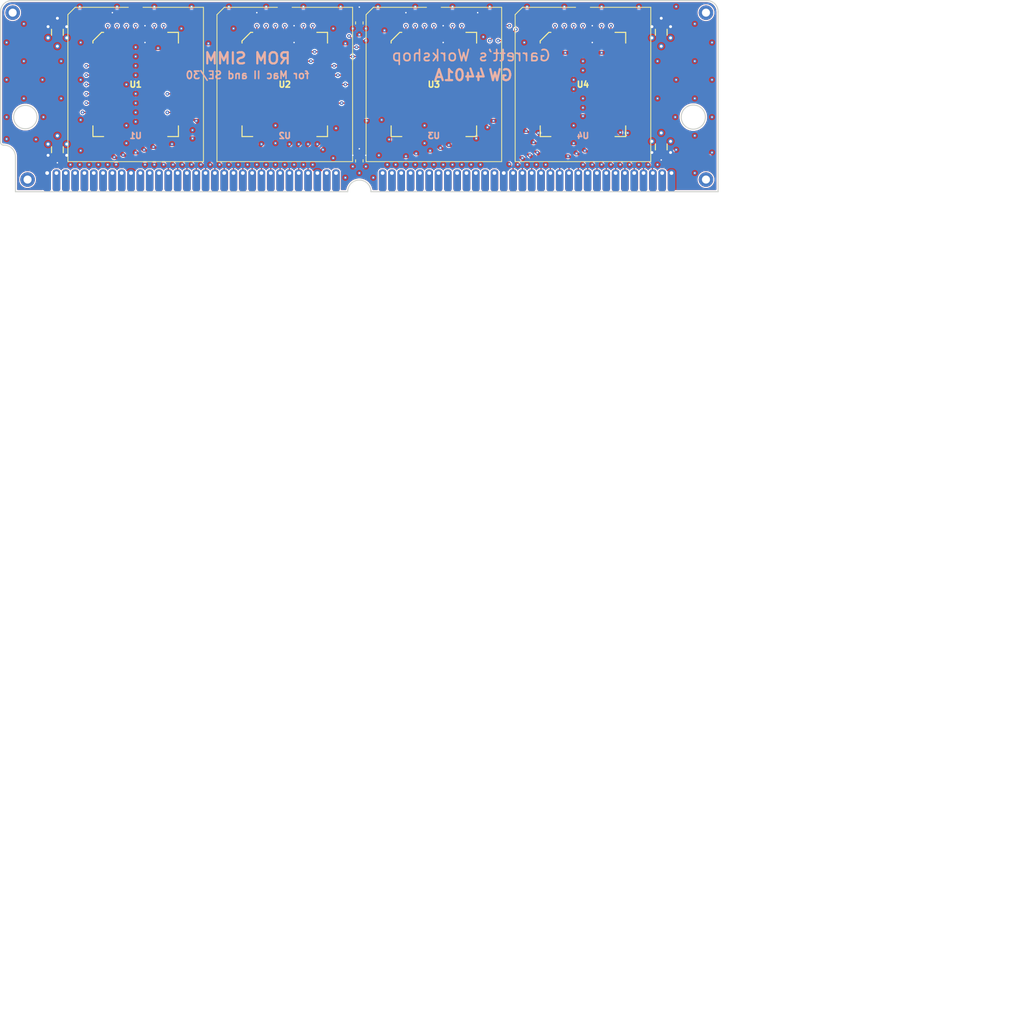
<source format=kicad_pcb>
(kicad_pcb (version 20171130) (host pcbnew "(5.1.5-0-10_14)")
  (layers (0 F.Cu signal) (1 In1.Cu power) (2 In2.Cu signal) (31 B.Cu power) (34 B.Paste user) (35 F.Paste user) (36 B.SilkS user) (37 F.SilkS user) (38 B.Mask user) (39 F.Mask user) (44 Edge.Cuts user))
  (net 0 "")
  (net 1 +5V)
  (net 2 /D0)
  (net 3 /D1)
  (net 4 /~WE~)
  (net 5 /D2)
  (net 6 /D3)
  (net 7 GND)
  (net 8 /D4)
  (net 9 /D5)
  (net 10 /D6)
  (net 11 /A11)
  (net 12 /D7)
  (net 13 /A0)
  (net 14 /A1)
  (net 15 /A2)
  (net 16 /A3)
  (net 17 /A4)
  (net 18 /A5)
  (net 19 /A6)
  (net 20 /A7)
  (net 21 /~CS~)
  (net 22 /~OE~)
  (net 23 /D8)
  (net 24 /D9)
  (net 25 /D10)
  (net 26 /D11)
  (net 27 /D12)
  (net 28 /D13)
  (net 29 /D14)
  (net 30 /D15)
  (net 31 /A8)
  (net 32 /A9)
  (net 33 /A10)
  (net 34 /A12)
  (net 35 /A13)
  (net 36 /A14)
  (net 37 /A15)
  (net 38 /A16)
  (net 39 /A17)
  (net 40 /A18)
  (net 41 /A19)
  (net 42 /A20)
  (net 43 /A21)
  (net 44 /A22)
  (net 45 /D16)
  (net 46 /D17)
  (net 47 /D18)
  (net 48 /D19)
  (net 49 /D20)
  (net 50 /D21)
  (net 51 /D22)
  (net 52 /D23)
  (net 53 /D24)
  (net 54 /D25)
  (net 55 /D26)
  (net 56 /D27)
  (net 57 /D28)
  (net 58 /D29)
  (net 59 /D30)
  (net 60 /D31)
  (net 61 "Net-(J1-Pad63)")
  (module stdpads:MacIIROMSIMM_Edge (layer F.Cu) (at 120.65 127.635)
    (fp_text reference J1 hide)
    (fp_text value ROM)
    (pad 64 thru_hole roundrect (at 42.545 -2.54) (size 1.0414 3.048) (drill 0.508 (offset 0 1.016)) (layers *.Cu *.Mask) (roundrect_rratio 0.4) (net 7 GND))
    (pad 63 thru_hole roundrect (at 41.275 -2.54) (size 1.0414 3.048) (drill 0.508 (offset 0 1.016)) (layers *.Cu *.Mask) (roundrect_rratio 0.4) (net 61 "Net-(J1-Pad63)"))
    (pad 62 thru_hole roundrect (at 40.005 -2.54) (size 1.0414 3.048) (drill 0.508 (offset 0 1.016)) (layers *.Cu *.Mask) (roundrect_rratio 0.4) (net 60 /D31))
    (pad 61 thru_hole roundrect (at 38.735 -2.54) (size 1.0414 3.048) (drill 0.508 (offset 0 1.016)) (layers *.Cu *.Mask) (roundrect_rratio 0.4) (net 59 /D30))
    (pad 60 thru_hole roundrect (at 37.465 -2.54) (size 1.0414 3.048) (drill 0.508 (offset 0 1.016)) (layers *.Cu *.Mask) (roundrect_rratio 0.4) (net 58 /D29))
    (pad 59 thru_hole roundrect (at 36.195 -2.54) (size 1.0414 3.048) (drill 0.508 (offset 0 1.016)) (layers *.Cu *.Mask) (roundrect_rratio 0.4) (net 57 /D28))
    (pad 58 thru_hole roundrect (at 34.925 -2.54) (size 1.0414 3.048) (drill 0.508 (offset 0 1.016)) (layers *.Cu *.Mask) (roundrect_rratio 0.4) (net 56 /D27))
    (pad 57 thru_hole roundrect (at 33.655 -2.54) (size 1.0414 3.048) (drill 0.508 (offset 0 1.016)) (layers *.Cu *.Mask) (roundrect_rratio 0.4) (net 55 /D26))
    (pad 56 thru_hole roundrect (at 32.385 -2.54) (size 1.0414 3.048) (drill 0.508 (offset 0 1.016)) (layers *.Cu *.Mask) (roundrect_rratio 0.4) (net 54 /D25))
    (pad 55 thru_hole roundrect (at 31.115 -2.54) (size 1.0414 3.048) (drill 0.508 (offset 0 1.016)) (layers *.Cu *.Mask) (roundrect_rratio 0.4) (net 53 /D24))
    (pad 54 thru_hole roundrect (at 29.845 -2.54) (size 1.0414 3.048) (drill 0.508 (offset 0 1.016)) (layers *.Cu *.Mask) (roundrect_rratio 0.4) (net 52 /D23))
    (pad 53 thru_hole roundrect (at 28.575 -2.54) (size 1.0414 3.048) (drill 0.508 (offset 0 1.016)) (layers *.Cu *.Mask) (roundrect_rratio 0.4) (net 51 /D22))
    (pad 52 thru_hole roundrect (at 27.305 -2.54) (size 1.0414 3.048) (drill 0.508 (offset 0 1.016)) (layers *.Cu *.Mask) (roundrect_rratio 0.4) (net 50 /D21))
    (pad 51 thru_hole roundrect (at 26.035 -2.54) (size 1.0414 3.048) (drill 0.508 (offset 0 1.016)) (layers *.Cu *.Mask) (roundrect_rratio 0.4) (net 49 /D20))
    (pad 50 thru_hole roundrect (at 24.765 -2.54) (size 1.0414 3.048) (drill 0.508 (offset 0 1.016)) (layers *.Cu *.Mask) (roundrect_rratio 0.4) (net 48 /D19))
    (pad 49 thru_hole roundrect (at 23.495 -2.54) (size 1.0414 3.048) (drill 0.508 (offset 0 1.016)) (layers *.Cu *.Mask) (roundrect_rratio 0.4) (net 47 /D18))
    (pad 48 thru_hole roundrect (at 22.225 -2.54) (size 1.0414 3.048) (drill 0.508 (offset 0 1.016)) (layers *.Cu *.Mask) (roundrect_rratio 0.4) (net 46 /D17))
    (pad 47 thru_hole roundrect (at 20.955 -2.54) (size 1.0414 3.048) (drill 0.508 (offset 0 1.016)) (layers *.Cu *.Mask) (roundrect_rratio 0.4) (net 45 /D16))
    (pad 46 thru_hole roundrect (at 19.685 -2.54) (size 1.0414 3.048) (drill 0.508 (offset 0 1.016)) (layers *.Cu *.Mask) (roundrect_rratio 0.4) (net 1 +5V))
    (pad 45 thru_hole roundrect (at 18.415 -2.54) (size 1.0414 3.048) (drill 0.508 (offset 0 1.016)) (layers *.Cu *.Mask) (roundrect_rratio 0.4) (net 44 /A22))
    (pad 44 thru_hole roundrect (at 17.145 -2.54) (size 1.0414 3.048) (drill 0.508 (offset 0 1.016)) (layers *.Cu *.Mask) (roundrect_rratio 0.4) (net 43 /A21))
    (pad 43 thru_hole roundrect (at 15.875 -2.54) (size 1.0414 3.048) (drill 0.508 (offset 0 1.016)) (layers *.Cu *.Mask) (roundrect_rratio 0.4) (net 42 /A20))
    (pad 42 thru_hole roundrect (at 14.605 -2.54) (size 1.0414 3.048) (drill 0.508 (offset 0 1.016)) (layers *.Cu *.Mask) (roundrect_rratio 0.4) (net 41 /A19))
    (pad 41 thru_hole roundrect (at 13.335 -2.54) (size 1.0414 3.048) (drill 0.508 (offset 0 1.016)) (layers *.Cu *.Mask) (roundrect_rratio 0.4) (net 40 /A18))
    (pad 40 thru_hole roundrect (at 12.065 -2.54) (size 1.0414 3.048) (drill 0.508 (offset 0 1.016)) (layers *.Cu *.Mask) (roundrect_rratio 0.4) (net 39 /A17))
    (pad 39 thru_hole roundrect (at 10.795 -2.54) (size 1.0414 3.048) (drill 0.508 (offset 0 1.016)) (layers *.Cu *.Mask) (roundrect_rratio 0.4) (net 38 /A16))
    (pad 38 thru_hole roundrect (at 9.525 -2.54) (size 1.0414 3.048) (drill 0.508 (offset 0 1.016)) (layers *.Cu *.Mask) (roundrect_rratio 0.4) (net 37 /A15))
    (pad 37 thru_hole roundrect (at 8.255 -2.54) (size 1.0414 3.048) (drill 0.508 (offset 0 1.016)) (layers *.Cu *.Mask) (roundrect_rratio 0.4) (net 36 /A14))
    (pad 36 thru_hole roundrect (at 6.985 -2.54) (size 1.0414 3.048) (drill 0.508 (offset 0 1.016)) (layers *.Cu *.Mask) (roundrect_rratio 0.4) (net 35 /A13))
    (pad 35 thru_hole roundrect (at 5.715 -2.54) (size 1.0414 3.048) (drill 0.508 (offset 0 1.016)) (layers *.Cu *.Mask) (roundrect_rratio 0.4) (net 34 /A12))
    (pad 34 thru_hole roundrect (at 4.445 -2.54) (size 1.0414 3.048) (drill 0.508 (offset 0 1.016)) (layers *.Cu *.Mask) (roundrect_rratio 0.4) (net 11 /A11))
    (pad 33 thru_hole roundrect (at 3.175 -2.54) (size 1.0414 3.048) (drill 0.508 (offset 0 1.016)) (layers *.Cu *.Mask) (roundrect_rratio 0.4) (net 33 /A10))
    (pad 32 thru_hole roundrect (at -3.175 -2.54) (size 1.0414 3.048) (drill 0.508 (offset 0 1.016)) (layers *.Cu *.Mask) (roundrect_rratio 0.4) (net 32 /A9))
    (pad 31 thru_hole roundrect (at -4.445 -2.54) (size 1.0414 3.048) (drill 0.508 (offset 0 1.016)) (layers *.Cu *.Mask) (roundrect_rratio 0.4) (net 31 /A8))
    (pad 30 thru_hole roundrect (at -5.715 -2.54) (size 1.0414 3.048) (drill 0.508 (offset 0 1.016)) (layers *.Cu *.Mask) (roundrect_rratio 0.4) (net 7 GND))
    (pad 29 thru_hole roundrect (at -6.985 -2.54) (size 1.0414 3.048) (drill 0.508 (offset 0 1.016)) (layers *.Cu *.Mask) (roundrect_rratio 0.4) (net 30 /D15))
    (pad 28 thru_hole roundrect (at -8.255 -2.54) (size 1.0414 3.048) (drill 0.508 (offset 0 1.016)) (layers *.Cu *.Mask) (roundrect_rratio 0.4) (net 29 /D14))
    (pad 27 thru_hole roundrect (at -9.525 -2.54) (size 1.0414 3.048) (drill 0.508 (offset 0 1.016)) (layers *.Cu *.Mask) (roundrect_rratio 0.4) (net 28 /D13))
    (pad 26 thru_hole roundrect (at -10.795 -2.54) (size 1.0414 3.048) (drill 0.508 (offset 0 1.016)) (layers *.Cu *.Mask) (roundrect_rratio 0.4) (net 27 /D12))
    (pad 25 thru_hole roundrect (at -12.065 -2.54) (size 1.0414 3.048) (drill 0.508 (offset 0 1.016)) (layers *.Cu *.Mask) (roundrect_rratio 0.4) (net 26 /D11))
    (pad 24 thru_hole roundrect (at -13.335 -2.54) (size 1.0414 3.048) (drill 0.508 (offset 0 1.016)) (layers *.Cu *.Mask) (roundrect_rratio 0.4) (net 25 /D10))
    (pad 23 thru_hole roundrect (at -14.605 -2.54) (size 1.0414 3.048) (drill 0.508 (offset 0 1.016)) (layers *.Cu *.Mask) (roundrect_rratio 0.4) (net 24 /D9))
    (pad 22 thru_hole roundrect (at -15.875 -2.54) (size 1.0414 3.048) (drill 0.508 (offset 0 1.016)) (layers *.Cu *.Mask) (roundrect_rratio 0.4) (net 23 /D8))
    (pad 21 thru_hole roundrect (at -17.145 -2.54) (size 1.0414 3.048) (drill 0.508 (offset 0 1.016)) (layers *.Cu *.Mask) (roundrect_rratio 0.4) (net 12 /D7))
    (pad 20 thru_hole roundrect (at -18.415 -2.54) (size 1.0414 3.048) (drill 0.508 (offset 0 1.016)) (layers *.Cu *.Mask) (roundrect_rratio 0.4) (net 10 /D6))
    (pad 19 thru_hole roundrect (at -19.685 -2.54) (size 1.0414 3.048) (drill 0.508 (offset 0 1.016)) (layers *.Cu *.Mask) (roundrect_rratio 0.4) (net 9 /D5))
    (pad 18 thru_hole roundrect (at -20.955 -2.54) (size 1.0414 3.048) (drill 0.508 (offset 0 1.016)) (layers *.Cu *.Mask) (roundrect_rratio 0.4) (net 8 /D4))
    (pad 17 thru_hole roundrect (at -22.225 -2.54) (size 1.0414 3.048) (drill 0.508 (offset 0 1.016)) (layers *.Cu *.Mask) (roundrect_rratio 0.4) (net 6 /D3))
    (pad 16 thru_hole roundrect (at -23.495 -2.54) (size 1.0414 3.048) (drill 0.508 (offset 0 1.016)) (layers *.Cu *.Mask) (roundrect_rratio 0.4) (net 5 /D2))
    (pad 15 thru_hole roundrect (at -24.765 -2.54) (size 1.0414 3.048) (drill 0.508 (offset 0 1.016)) (layers *.Cu *.Mask) (roundrect_rratio 0.4) (net 3 /D1))
    (pad 14 thru_hole roundrect (at -26.035 -2.54) (size 1.0414 3.048) (drill 0.508 (offset 0 1.016)) (layers *.Cu *.Mask) (roundrect_rratio 0.4) (net 2 /D0))
    (pad 13 thru_hole roundrect (at -27.305 -2.54) (size 1.0414 3.048) (drill 0.508 (offset 0 1.016)) (layers *.Cu *.Mask) (roundrect_rratio 0.4) (net 4 /~WE~))
    (pad 12 thru_hole roundrect (at -28.575 -2.54) (size 1.0414 3.048) (drill 0.508 (offset 0 1.016)) (layers *.Cu *.Mask) (roundrect_rratio 0.4) (net 22 /~OE~))
    (pad 11 thru_hole roundrect (at -29.845 -2.54) (size 1.0414 3.048) (drill 0.508 (offset 0 1.016)) (layers *.Cu *.Mask) (roundrect_rratio 0.4) (net 21 /~CS~))
    (pad 10 thru_hole roundrect (at -31.115 -2.54) (size 1.0414 3.048) (drill 0.508 (offset 0 1.016)) (layers *.Cu *.Mask) (roundrect_rratio 0.4) (net 7 GND))
    (pad 9 thru_hole roundrect (at -32.385 -2.54) (size 1.0414 3.048) (drill 0.508 (offset 0 1.016)) (layers *.Cu *.Mask) (roundrect_rratio 0.4) (net 20 /A7))
    (pad 8 thru_hole roundrect (at -33.655 -2.54) (size 1.0414 3.048) (drill 0.508 (offset 0 1.016)) (layers *.Cu *.Mask) (roundrect_rratio 0.4) (net 19 /A6))
    (pad 7 thru_hole roundrect (at -34.925 -2.54) (size 1.0414 3.048) (drill 0.508 (offset 0 1.016)) (layers *.Cu *.Mask) (roundrect_rratio 0.4) (net 18 /A5))
    (pad 6 thru_hole roundrect (at -36.195 -2.54) (size 1.0414 3.048) (drill 0.508 (offset 0 1.016)) (layers *.Cu *.Mask) (roundrect_rratio 0.4) (net 17 /A4))
    (pad 5 thru_hole roundrect (at -37.465 -2.54) (size 1.0414 3.048) (drill 0.508 (offset 0 1.016)) (layers *.Cu *.Mask) (roundrect_rratio 0.4) (net 16 /A3))
    (pad 4 thru_hole roundrect (at -38.735 -2.54) (size 1.0414 3.048) (drill 0.508 (offset 0 1.016)) (layers *.Cu *.Mask) (roundrect_rratio 0.4) (net 15 /A2))
    (pad 3 thru_hole roundrect (at -40.005 -2.54) (size 1.0414 3.048) (drill 0.508 (offset 0 1.016)) (layers *.Cu *.Mask) (roundrect_rratio 0.4) (net 14 /A1))
    (pad 2 thru_hole roundrect (at -41.275 -2.54) (size 1.0414 3.048) (drill 0.508 (offset 0 1.016)) (layers *.Cu *.Mask) (roundrect_rratio 0.4) (net 13 /A0))
    (pad 1 thru_hole roundrect (at -42.545 -2.54) (size 1.0414 3.048) (drill 0.508 (offset 0 1.016)) (layers *.Cu *.Mask) (roundrect_rratio 0.4) (net 1 +5V))
  )
  (module stdpads:PasteHole_1.1mm_PTH (layer F.Cu) (at 167.894 103.251)
    (fp_text reference H4)
    (fp_text value " " hide)
    (pad 1 thru_hole circle (at 0 0) (size 2 2) (drill 1.1) (layers *.Cu *.Mask))
  )
  (module stdpads:PasteHole_1.1mm_PTH (layer F.Cu) (at 73.406 103.251)
    (fp_text reference H1)
    (fp_text value " " hide)
    (pad 1 thru_hole circle (at 0 0) (size 2 2) (drill 1.1) (layers *.Cu *.Mask))
  )
  (module stdpads:Fiducial (layer F.Cu) (at 75.946 103.251)
    (fp_text reference FID1 hide)
    (fp_text value Fiducial hide)
    (pad ~ smd circle (at 0 0) (size 1 1) (layers F.Cu F.Mask) (clearance 0.575))
  )
  (module stdpads:Fiducial (layer F.Cu) (at 165.354 103.251)
    (fp_text reference FID4 hide)
    (fp_text value Fiducial hide)
    (pad ~ smd circle (at 0 0) (size 1 1) (layers F.Cu F.Mask) (clearance 0.575))
  )
  (module stdpads:Fiducial (layer F.Cu) (at 167.894 123.444)
    (fp_text reference FID3 hide)
    (fp_text value Fiducial hide)
    (pad ~ smd circle (at 0 0) (size 1 1) (layers F.Cu F.Mask) (clearance 0.575))
  )
  (module stdpads:Fiducial (layer F.Cu) (at 75.438 123.444)
    (fp_text reference FID2 hide)
    (fp_text value Fiducial hide)
    (pad ~ smd circle (at 0 0) (size 1 1) (layers F.Cu F.Mask) (clearance 0.575))
  )
  (module stdpads:PasteHole_1.1mm_PTH (layer F.Cu) (at 167.894 125.984)
    (fp_text reference H3)
    (fp_text value " " hide)
    (pad 1 thru_hole circle (at 0 0) (size 2 2) (drill 1.1) (layers *.Cu *.Mask))
  )
  (module stdpads:PasteHole_1.1mm_PTH (layer F.Cu) (at 75.438 125.984)
    (fp_text reference H2)
    (fp_text value " " hide)
    (pad 1 thru_hole circle (at 0 0) (size 2 2) (drill 1.1) (layers *.Cu *.Mask))
  )
  (module "" (layer F.Cu) (at 90.17 113.03)
    (fp_text reference "" (at 120.65 127.635) (layer F.SilkS) (effects (font (size 1.27 1.27))))
    (fp_text value "" (at 120.65 127.635) (layer F.SilkS) (effects (font (size 1.27 1.27))))
    (fp_text user %R (at 120.65 127.635) (layer F.SilkS) (effects (font (size 0.8128 0.8128) (thickness 0.2032))))
  )
  (module stdpads:C_0603 (layer F.Cu) (at 120.65 123.444 270)
    (fp_text reference C5)
    (fp_text value 2u2)
    (pad 1 smd roundrect (at -0.75 0 270) (size 0.85 0.95) (layers F.Cu F.Paste F.Mask) (net 1 +5V))
    (pad 2 smd roundrect (at 0.75 0 270) (size 0.85 0.95) (layers F.Cu F.Paste F.Mask) (net 7 GND))
  )
  (module stdpads:C_0603 (layer F.Cu) (at 120.65 104.648 270)
    (fp_text reference C6)
    (fp_text value 2u2)
    (pad 2 smd roundrect (at 0.75 0 270) (size 0.85 0.95) (layers F.Cu F.Paste F.Mask) (net 7 GND))
    (pad 1 smd roundrect (at -0.75 0 270) (size 0.85 0.95) (layers F.Cu F.Paste F.Mask) (net 1 +5V))
  )
  (module stdpads:PLCC-32_SMDSocket (layer F.Cu) (at 90.17 113.03)
    (fp_text reference U1)
    (fp_text value D31-24)
    (fp_text user %R (at 0 0) (layer F.SilkS) (effects (font (size 0.8128 0.8128) (thickness 0.2032))))
    (pad 1 smd roundrect (at 0 -6.8375) (size 0.6 1.475) (layers F.Cu F.Paste F.Mask) (net 42 /A20))
    (pad 2 smd roundrect (at -1.27 -6.8375) (size 0.6 1.475) (layers F.Cu F.Paste F.Mask) (net 40 /A18))
    (pad 3 smd roundrect (at -2.54 -6.8375) (size 0.6 1.475) (layers F.Cu F.Paste F.Mask) (net 39 /A17))
    (pad 4 smd roundrect (at -3.81 -6.8375) (size 0.6 1.475) (layers F.Cu F.Paste F.Mask) (net 36 /A14))
    (pad 5 smd roundrect (at -5.5625 -5.08) (size 1.475 0.6) (layers F.Cu F.Paste F.Mask) (net 32 /A9))
    (pad 6 smd roundrect (at -5.5625 -3.81) (size 1.475 0.6) (layers F.Cu F.Paste F.Mask) (net 31 /A8))
    (pad 7 smd roundrect (at -5.5625 -2.54) (size 1.475 0.6) (layers F.Cu F.Paste F.Mask) (net 20 /A7))
    (pad 8 smd roundrect (at -5.5625 -1.27) (size 1.475 0.6) (layers F.Cu F.Paste F.Mask) (net 19 /A6))
    (pad 9 smd roundrect (at -5.5625 0) (size 1.475 0.6) (layers F.Cu F.Paste F.Mask) (net 18 /A5))
    (pad 10 smd roundrect (at -5.5625 1.27) (size 1.475 0.6) (layers F.Cu F.Paste F.Mask) (net 17 /A4))
    (pad 11 smd roundrect (at -5.5625 2.54) (size 1.475 0.6) (layers F.Cu F.Paste F.Mask) (net 16 /A3))
    (pad 12 smd roundrect (at -5.5625 3.81) (size 1.475 0.6) (layers F.Cu F.Paste F.Mask) (net 15 /A2))
    (pad 13 smd roundrect (at -5.5625 5.08) (size 1.475 0.6) (layers F.Cu F.Paste F.Mask) (net 2 /D0))
    (pad 14 smd roundrect (at -3.81 6.8375) (size 0.6 1.475) (layers F.Cu F.Paste F.Mask) (net 3 /D1))
    (pad 15 smd roundrect (at -2.54 6.8375) (size 0.6 1.475) (layers F.Cu F.Paste F.Mask) (net 5 /D2))
    (pad 16 smd roundrect (at -1.27 6.8375) (size 0.6 1.475) (layers F.Cu F.Paste F.Mask) (net 7 GND))
    (pad 17 smd roundrect (at 0 6.8375) (size 0.6 1.475) (layers F.Cu F.Paste F.Mask) (net 6 /D3))
    (pad 18 smd roundrect (at 1.27 6.8375) (size 0.6 1.475) (layers F.Cu F.Paste F.Mask) (net 8 /D4))
    (pad 19 smd roundrect (at 2.54 6.8375) (size 0.6 1.475) (layers F.Cu F.Paste F.Mask) (net 9 /D5))
    (pad 20 smd roundrect (at 3.81 6.8375) (size 0.6 1.475) (layers F.Cu F.Paste F.Mask) (net 10 /D6))
    (pad 21 smd roundrect (at 5.5625 5.08) (size 1.475 0.6) (layers F.Cu F.Paste F.Mask) (net 12 /D7))
    (pad 22 smd roundrect (at 5.5625 3.81) (size 1.475 0.6) (layers F.Cu F.Paste F.Mask) (net 21 /~CS~))
    (pad 23 smd roundrect (at 5.5625 2.54) (size 1.475 0.6) (layers F.Cu F.Paste F.Mask) (net 34 /A12))
    (pad 24 smd roundrect (at 5.5625 1.27) (size 1.475 0.6) (layers F.Cu F.Paste F.Mask) (net 22 /~OE~))
    (pad 25 smd roundrect (at 5.5625 0) (size 1.475 0.6) (layers F.Cu F.Paste F.Mask) (net 35 /A13))
    (pad 26 smd roundrect (at 5.5625 -1.27) (size 1.475 0.6) (layers F.Cu F.Paste F.Mask) (net 11 /A11))
    (pad 27 smd roundrect (at 5.5625 -2.54) (size 1.475 0.6) (layers F.Cu F.Paste F.Mask) (net 33 /A10))
    (pad 28 smd roundrect (at 5.5625 -3.81) (size 1.475 0.6) (layers F.Cu F.Paste F.Mask) (net 37 /A15))
    (pad 29 smd roundrect (at 5.5625 -5.08) (size 1.475 0.6) (layers F.Cu F.Paste F.Mask) (net 38 /A16))
    (pad 30 smd roundrect (at 3.81 -6.8375) (size 0.6 1.475) (layers F.Cu F.Paste F.Mask) (net 41 /A19))
    (pad 31 smd roundrect (at 2.54 -6.8375) (size 0.6 1.475) (layers F.Cu F.Paste F.Mask) (net 4 /~WE~))
    (pad 32 smd roundrect (at 1.27 -6.8375) (size 0.6 1.475) (layers F.Cu F.Paste F.Mask) (net 1 +5V))
  )
  (module stdpads:PLCC-32_SMDSocket (layer F.Cu) (at 130.81 113.03)
    (fp_text reference U3)
    (fp_text value D15-8)
    (fp_text user %R (at 0 0) (layer F.SilkS) (effects (font (size 0.8128 0.8128) (thickness 0.2032))))
    (pad 1 smd roundrect (at 0 -6.8375) (size 0.6 1.475) (layers F.Cu F.Paste F.Mask) (net 42 /A20))
    (pad 2 smd roundrect (at -1.27 -6.8375) (size 0.6 1.475) (layers F.Cu F.Paste F.Mask) (net 40 /A18))
    (pad 3 smd roundrect (at -2.54 -6.8375) (size 0.6 1.475) (layers F.Cu F.Paste F.Mask) (net 39 /A17))
    (pad 4 smd roundrect (at -3.81 -6.8375) (size 0.6 1.475) (layers F.Cu F.Paste F.Mask) (net 36 /A14))
    (pad 5 smd roundrect (at -5.5625 -5.08) (size 1.475 0.6) (layers F.Cu F.Paste F.Mask) (net 32 /A9))
    (pad 6 smd roundrect (at -5.5625 -3.81) (size 1.475 0.6) (layers F.Cu F.Paste F.Mask) (net 31 /A8))
    (pad 7 smd roundrect (at -5.5625 -2.54) (size 1.475 0.6) (layers F.Cu F.Paste F.Mask) (net 20 /A7))
    (pad 8 smd roundrect (at -5.5625 -1.27) (size 1.475 0.6) (layers F.Cu F.Paste F.Mask) (net 19 /A6))
    (pad 9 smd roundrect (at -5.5625 0) (size 1.475 0.6) (layers F.Cu F.Paste F.Mask) (net 18 /A5))
    (pad 10 smd roundrect (at -5.5625 1.27) (size 1.475 0.6) (layers F.Cu F.Paste F.Mask) (net 17 /A4))
    (pad 11 smd roundrect (at -5.5625 2.54) (size 1.475 0.6) (layers F.Cu F.Paste F.Mask) (net 16 /A3))
    (pad 12 smd roundrect (at -5.5625 3.81) (size 1.475 0.6) (layers F.Cu F.Paste F.Mask) (net 15 /A2))
    (pad 13 smd roundrect (at -5.5625 5.08) (size 1.475 0.6) (layers F.Cu F.Paste F.Mask) (net 45 /D16))
    (pad 14 smd roundrect (at -3.81 6.8375) (size 0.6 1.475) (layers F.Cu F.Paste F.Mask) (net 46 /D17))
    (pad 15 smd roundrect (at -2.54 6.8375) (size 0.6 1.475) (layers F.Cu F.Paste F.Mask) (net 47 /D18))
    (pad 16 smd roundrect (at -1.27 6.8375) (size 0.6 1.475) (layers F.Cu F.Paste F.Mask) (net 7 GND))
    (pad 17 smd roundrect (at 0 6.8375) (size 0.6 1.475) (layers F.Cu F.Paste F.Mask) (net 48 /D19))
    (pad 18 smd roundrect (at 1.27 6.8375) (size 0.6 1.475) (layers F.Cu F.Paste F.Mask) (net 49 /D20))
    (pad 19 smd roundrect (at 2.54 6.8375) (size 0.6 1.475) (layers F.Cu F.Paste F.Mask) (net 50 /D21))
    (pad 20 smd roundrect (at 3.81 6.8375) (size 0.6 1.475) (layers F.Cu F.Paste F.Mask) (net 51 /D22))
    (pad 21 smd roundrect (at 5.5625 5.08) (size 1.475 0.6) (layers F.Cu F.Paste F.Mask) (net 52 /D23))
    (pad 22 smd roundrect (at 5.5625 3.81) (size 1.475 0.6) (layers F.Cu F.Paste F.Mask) (net 21 /~CS~))
    (pad 23 smd roundrect (at 5.5625 2.54) (size 1.475 0.6) (layers F.Cu F.Paste F.Mask) (net 34 /A12))
    (pad 24 smd roundrect (at 5.5625 1.27) (size 1.475 0.6) (layers F.Cu F.Paste F.Mask) (net 22 /~OE~))
    (pad 25 smd roundrect (at 5.5625 0) (size 1.475 0.6) (layers F.Cu F.Paste F.Mask) (net 35 /A13))
    (pad 26 smd roundrect (at 5.5625 -1.27) (size 1.475 0.6) (layers F.Cu F.Paste F.Mask) (net 11 /A11))
    (pad 27 smd roundrect (at 5.5625 -2.54) (size 1.475 0.6) (layers F.Cu F.Paste F.Mask) (net 33 /A10))
    (pad 28 smd roundrect (at 5.5625 -3.81) (size 1.475 0.6) (layers F.Cu F.Paste F.Mask) (net 37 /A15))
    (pad 29 smd roundrect (at 5.5625 -5.08) (size 1.475 0.6) (layers F.Cu F.Paste F.Mask) (net 38 /A16))
    (pad 30 smd roundrect (at 3.81 -6.8375) (size 0.6 1.475) (layers F.Cu F.Paste F.Mask) (net 41 /A19))
    (pad 31 smd roundrect (at 2.54 -6.8375) (size 0.6 1.475) (layers F.Cu F.Paste F.Mask) (net 4 /~WE~))
    (pad 32 smd roundrect (at 1.27 -6.8375) (size 0.6 1.475) (layers F.Cu F.Paste F.Mask) (net 1 +5V))
  )
  (module stdpads:PLCC-32_SMDSocket (layer F.Cu) (at 151.13 113.03)
    (fp_text reference U4)
    (fp_text value D7-0)
    (fp_text user %R (at 0 0) (layer F.SilkS) (effects (font (size 0.8128 0.8128) (thickness 0.2032))))
    (pad 32 smd roundrect (at 1.27 -6.8375) (size 0.6 1.475) (layers F.Cu F.Paste F.Mask) (net 1 +5V))
    (pad 31 smd roundrect (at 2.54 -6.8375) (size 0.6 1.475) (layers F.Cu F.Paste F.Mask) (net 4 /~WE~))
    (pad 30 smd roundrect (at 3.81 -6.8375) (size 0.6 1.475) (layers F.Cu F.Paste F.Mask) (net 41 /A19))
    (pad 29 smd roundrect (at 5.5625 -5.08) (size 1.475 0.6) (layers F.Cu F.Paste F.Mask) (net 38 /A16))
    (pad 28 smd roundrect (at 5.5625 -3.81) (size 1.475 0.6) (layers F.Cu F.Paste F.Mask) (net 37 /A15))
    (pad 27 smd roundrect (at 5.5625 -2.54) (size 1.475 0.6) (layers F.Cu F.Paste F.Mask) (net 33 /A10))
    (pad 26 smd roundrect (at 5.5625 -1.27) (size 1.475 0.6) (layers F.Cu F.Paste F.Mask) (net 11 /A11))
    (pad 25 smd roundrect (at 5.5625 0) (size 1.475 0.6) (layers F.Cu F.Paste F.Mask) (net 35 /A13))
    (pad 24 smd roundrect (at 5.5625 1.27) (size 1.475 0.6) (layers F.Cu F.Paste F.Mask) (net 22 /~OE~))
    (pad 23 smd roundrect (at 5.5625 2.54) (size 1.475 0.6) (layers F.Cu F.Paste F.Mask) (net 34 /A12))
    (pad 22 smd roundrect (at 5.5625 3.81) (size 1.475 0.6) (layers F.Cu F.Paste F.Mask) (net 21 /~CS~))
    (pad 21 smd roundrect (at 5.5625 5.08) (size 1.475 0.6) (layers F.Cu F.Paste F.Mask) (net 60 /D31))
    (pad 20 smd roundrect (at 3.81 6.8375) (size 0.6 1.475) (layers F.Cu F.Paste F.Mask) (net 59 /D30))
    (pad 19 smd roundrect (at 2.54 6.8375) (size 0.6 1.475) (layers F.Cu F.Paste F.Mask) (net 58 /D29))
    (pad 18 smd roundrect (at 1.27 6.8375) (size 0.6 1.475) (layers F.Cu F.Paste F.Mask) (net 57 /D28))
    (pad 17 smd roundrect (at 0 6.8375) (size 0.6 1.475) (layers F.Cu F.Paste F.Mask) (net 56 /D27))
    (pad 16 smd roundrect (at -1.27 6.8375) (size 0.6 1.475) (layers F.Cu F.Paste F.Mask) (net 7 GND))
    (pad 15 smd roundrect (at -2.54 6.8375) (size 0.6 1.475) (layers F.Cu F.Paste F.Mask) (net 55 /D26))
    (pad 14 smd roundrect (at -3.81 6.8375) (size 0.6 1.475) (layers F.Cu F.Paste F.Mask) (net 54 /D25))
    (pad 13 smd roundrect (at -5.5625 5.08) (size 1.475 0.6) (layers F.Cu F.Paste F.Mask) (net 53 /D24))
    (pad 12 smd roundrect (at -5.5625 3.81) (size 1.475 0.6) (layers F.Cu F.Paste F.Mask) (net 15 /A2))
    (pad 11 smd roundrect (at -5.5625 2.54) (size 1.475 0.6) (layers F.Cu F.Paste F.Mask) (net 16 /A3))
    (pad 10 smd roundrect (at -5.5625 1.27) (size 1.475 0.6) (layers F.Cu F.Paste F.Mask) (net 17 /A4))
    (pad 9 smd roundrect (at -5.5625 0) (size 1.475 0.6) (layers F.Cu F.Paste F.Mask) (net 18 /A5))
    (pad 8 smd roundrect (at -5.5625 -1.27) (size 1.475 0.6) (layers F.Cu F.Paste F.Mask) (net 19 /A6))
    (pad 7 smd roundrect (at -5.5625 -2.54) (size 1.475 0.6) (layers F.Cu F.Paste F.Mask) (net 20 /A7))
    (pad 6 smd roundrect (at -5.5625 -3.81) (size 1.475 0.6) (layers F.Cu F.Paste F.Mask) (net 31 /A8))
    (pad 5 smd roundrect (at -5.5625 -5.08) (size 1.475 0.6) (layers F.Cu F.Paste F.Mask) (net 32 /A9))
    (pad 4 smd roundrect (at -3.81 -6.8375) (size 0.6 1.475) (layers F.Cu F.Paste F.Mask) (net 36 /A14))
    (pad 3 smd roundrect (at -2.54 -6.8375) (size 0.6 1.475) (layers F.Cu F.Paste F.Mask) (net 39 /A17))
    (pad 2 smd roundrect (at -1.27 -6.8375) (size 0.6 1.475) (layers F.Cu F.Paste F.Mask) (net 40 /A18))
    (pad 1 smd roundrect (at 0 -6.8375) (size 0.6 1.475) (layers F.Cu F.Paste F.Mask) (net 42 /A20))
  )
  (module stdpads:PLCC-32_SMDSocket (layer F.Cu) (at 110.49 113.03)
    (fp_text reference U2)
    (fp_text value D23-16)
    (fp_text user %R (at 0 0) (layer F.SilkS) (effects (font (size 0.8128 0.8128) (thickness 0.2032))))
    (pad 32 smd roundrect (at 1.27 -6.8375) (size 0.6 1.475) (layers F.Cu F.Paste F.Mask) (net 1 +5V))
    (pad 31 smd roundrect (at 2.54 -6.8375) (size 0.6 1.475) (layers F.Cu F.Paste F.Mask) (net 4 /~WE~))
    (pad 30 smd roundrect (at 3.81 -6.8375) (size 0.6 1.475) (layers F.Cu F.Paste F.Mask) (net 41 /A19))
    (pad 29 smd roundrect (at 5.5625 -5.08) (size 1.475 0.6) (layers F.Cu F.Paste F.Mask) (net 38 /A16))
    (pad 28 smd roundrect (at 5.5625 -3.81) (size 1.475 0.6) (layers F.Cu F.Paste F.Mask) (net 37 /A15))
    (pad 27 smd roundrect (at 5.5625 -2.54) (size 1.475 0.6) (layers F.Cu F.Paste F.Mask) (net 33 /A10))
    (pad 26 smd roundrect (at 5.5625 -1.27) (size 1.475 0.6) (layers F.Cu F.Paste F.Mask) (net 11 /A11))
    (pad 25 smd roundrect (at 5.5625 0) (size 1.475 0.6) (layers F.Cu F.Paste F.Mask) (net 35 /A13))
    (pad 24 smd roundrect (at 5.5625 1.27) (size 1.475 0.6) (layers F.Cu F.Paste F.Mask) (net 22 /~OE~))
    (pad 23 smd roundrect (at 5.5625 2.54) (size 1.475 0.6) (layers F.Cu F.Paste F.Mask) (net 34 /A12))
    (pad 22 smd roundrect (at 5.5625 3.81) (size 1.475 0.6) (layers F.Cu F.Paste F.Mask) (net 21 /~CS~))
    (pad 21 smd roundrect (at 5.5625 5.08) (size 1.475 0.6) (layers F.Cu F.Paste F.Mask) (net 30 /D15))
    (pad 20 smd roundrect (at 3.81 6.8375) (size 0.6 1.475) (layers F.Cu F.Paste F.Mask) (net 29 /D14))
    (pad 19 smd roundrect (at 2.54 6.8375) (size 0.6 1.475) (layers F.Cu F.Paste F.Mask) (net 28 /D13))
    (pad 18 smd roundrect (at 1.27 6.8375) (size 0.6 1.475) (layers F.Cu F.Paste F.Mask) (net 27 /D12))
    (pad 17 smd roundrect (at 0 6.8375) (size 0.6 1.475) (layers F.Cu F.Paste F.Mask) (net 26 /D11))
    (pad 16 smd roundrect (at -1.27 6.8375) (size 0.6 1.475) (layers F.Cu F.Paste F.Mask) (net 7 GND))
    (pad 15 smd roundrect (at -2.54 6.8375) (size 0.6 1.475) (layers F.Cu F.Paste F.Mask) (net 25 /D10))
    (pad 14 smd roundrect (at -3.81 6.8375) (size 0.6 1.475) (layers F.Cu F.Paste F.Mask) (net 24 /D9))
    (pad 13 smd roundrect (at -5.5625 5.08) (size 1.475 0.6) (layers F.Cu F.Paste F.Mask) (net 23 /D8))
    (pad 12 smd roundrect (at -5.5625 3.81) (size 1.475 0.6) (layers F.Cu F.Paste F.Mask) (net 15 /A2))
    (pad 11 smd roundrect (at -5.5625 2.54) (size 1.475 0.6) (layers F.Cu F.Paste F.Mask) (net 16 /A3))
    (pad 10 smd roundrect (at -5.5625 1.27) (size 1.475 0.6) (layers F.Cu F.Paste F.Mask) (net 17 /A4))
    (pad 9 smd roundrect (at -5.5625 0) (size 1.475 0.6) (layers F.Cu F.Paste F.Mask) (net 18 /A5))
    (pad 8 smd roundrect (at -5.5625 -1.27) (size 1.475 0.6) (layers F.Cu F.Paste F.Mask) (net 19 /A6))
    (pad 7 smd roundrect (at -5.5625 -2.54) (size 1.475 0.6) (layers F.Cu F.Paste F.Mask) (net 20 /A7))
    (pad 6 smd roundrect (at -5.5625 -3.81) (size 1.475 0.6) (layers F.Cu F.Paste F.Mask) (net 31 /A8))
    (pad 5 smd roundrect (at -5.5625 -5.08) (size 1.475 0.6) (layers F.Cu F.Paste F.Mask) (net 32 /A9))
    (pad 4 smd roundrect (at -3.81 -6.8375) (size 0.6 1.475) (layers F.Cu F.Paste F.Mask) (net 36 /A14))
    (pad 3 smd roundrect (at -2.54 -6.8375) (size 0.6 1.475) (layers F.Cu F.Paste F.Mask) (net 39 /A17))
    (pad 2 smd roundrect (at -1.27 -6.8375) (size 0.6 1.475) (layers F.Cu F.Paste F.Mask) (net 40 /A18))
    (pad 1 smd roundrect (at 0 -6.8375) (size 0.6 1.475) (layers F.Cu F.Paste F.Mask) (net 42 /A20))
  )
  (module stdpads:C_0805 (layer F.Cu) (at 79.502 121.92 90)
    (fp_text reference C2)
    (fp_text value 10u)
    (pad 1 smd roundrect (at -0.85 0 90) (size 1.05 1.4) (layers F.Cu F.Paste F.Mask) (net 1 +5V))
    (pad 2 smd roundrect (at 0.85 0 90) (size 1.05 1.4) (layers F.Cu F.Paste F.Mask) (net 7 GND))
  )
  (module stdpads:C_0805 (layer F.Cu) (at 79.502 105.918 270)
    (fp_text reference C1)
    (fp_text value 10u)
    (pad 2 smd roundrect (at 0.85 0 270) (size 1.05 1.4) (layers F.Cu F.Paste F.Mask) (net 7 GND))
    (pad 1 smd roundrect (at -0.85 0 270) (size 1.05 1.4) (layers F.Cu F.Paste F.Mask) (net 1 +5V))
  )
  (module stdpads:C_0805 (layer F.Cu) (at 161.798 105.918 270)
    (fp_text reference C3)
    (fp_text value 10u)
    (pad 1 smd roundrect (at -0.85 0 270) (size 1.05 1.4) (layers F.Cu F.Paste F.Mask) (net 1 +5V))
    (pad 2 smd roundrect (at 0.85 0 270) (size 1.05 1.4) (layers F.Cu F.Paste F.Mask) (net 7 GND))
  )
  (module stdpads:C_0805 (layer F.Cu) (at 161.798 121.539 90)
    (fp_text reference C4)
    (fp_text value 10u)
    (pad 2 smd roundrect (at 0.85 0 90) (size 1.05 1.4) (layers F.Cu F.Paste F.Mask) (net 7 GND))
    (pad 1 smd roundrect (at -0.85 0 90) (size 1.05 1.4) (layers F.Cu F.Paste F.Mask) (net 1 +5V))
  )
  (gr_line (start 169.545 127.635) (end 169.545 103.124) (layer Edge.Cuts) (width 0.15))
  (gr_line (start 73.787 122.8725) (end 73.787 127.635) (layer Edge.Cuts) (width 0.15))
  (gr_arc (start 168.021 103.124) (end 169.545 103.124) (angle -90) (layer Edge.Cuts) (width 0.15))
  (gr_arc (start 73.279 103.124) (end 73.279 101.6) (angle -90) (layer Edge.Cuts) (width 0.15))
  (gr_arc (start 72.136 120.904) (end 71.755 120.904) (angle -90) (layer Edge.Cuts) (width 0.15))
  (gr_line (start 72.136 121.285) (end 72.1995 121.285) (layer Edge.Cuts) (width 0.15))
  (gr_circle (center 75.1332 117.475) (end 76.7332 117.475) (layer Edge.Cuts) (width 0.15))
  (gr_circle (center 166.1668 117.475) (end 167.8178 117.475) (layer Edge.Cuts) (width 0.15))
  (gr_text U4 (at 151.13 120.015) (layer B.SilkS) (effects (font (size 0.8128 0.8128) (thickness 0.2032)) (justify mirror)))
  (gr_text U3 (at 130.81 120.015) (layer B.SilkS) (effects (font (size 0.8128 0.8128) (thickness 0.2032)) (justify mirror)))
  (gr_text U2 (at 110.49 120.015) (layer B.SilkS) (effects (font (size 0.8128 0.8128) (thickness 0.2032)) (justify mirror)))
  (gr_text U1 (at 90.17 120.015) (layer B.SilkS) (effects (font (size 0.8128 0.8128) (thickness 0.2032)) (justify mirror)))
  (gr_text "ROM SIMM" (at 105.41 109.474) (layer B.SilkS) (effects (font (size 1.524 1.524) (thickness 0.3)) (justify mirror)))
  (gr_text "Garrett’s Workshop" (at 135.89 109.093) (layer B.SilkS) (effects (font (size 1.524 1.524) (thickness 0.225)) (justify mirror)))
  (gr_text GW (at 138.090714 111.76) (layer B.SilkS) (effects (font (size 1.5 1.5) (thickness 0.3)) (justify right mirror)))
  (gr_text "for Mac II and SE/30" (at 105.41 111.76) (layer B.SilkS) (effects (font (size 1.016 1.016) (thickness 0.2032)) (justify mirror)))
  (gr_text 4401A (at 138.070286 111.76) (layer B.SilkS) (effects (font (size 1.5 1.5) (thickness 0.3)) (justify left mirror)))
  (gr_line (start 73.787 127.635) (end 119.0625 127.635) (layer Edge.Cuts) (width 0.15))
  (gr_line (start 122.2375 127.635) (end 169.545 127.635) (layer Edge.Cuts) (width 0.15))
  (gr_line (start 71.755 120.904) (end 71.755 103.124) (layer Edge.Cuts) (width 0.15))
  (gr_arc (start 72.1995 122.8725) (end 73.787 122.8725) (angle -90) (layer Edge.Cuts) (width 0.15))
  (gr_arc (start 120.65 127.635) (end 122.2375 127.635) (angle -180) (layer Edge.Cuts) (width 0.15))
  (gr_line (start 73.279 101.6) (end 168.021 101.6) (layer Edge.Cuts) (width 0.15))
  (via (at 91.44 105.029) (size 0.508) (drill 0.2) (layers F.Cu B.Cu) (net 1))
  (segment (start 91.44 106.1925) (end 91.44 105.029) (width 0.508) (layer F.Cu) (net 1))
  (via (at 91.44 107.315) (size 0.508) (drill 0.2) (layers F.Cu B.Cu) (net 1))
  (segment (start 91.44 106.1925) (end 91.44 107.315) (width 0.508) (layer F.Cu) (net 1))
  (segment (start 111.76 106.1925) (end 111.76 107.315) (width 0.508) (layer F.Cu) (net 1))
  (via (at 111.76 107.315) (size 0.508) (drill 0.2) (layers F.Cu B.Cu) (net 1))
  (segment (start 111.76 106.1925) (end 111.76 105.029) (width 0.508) (layer F.Cu) (net 1))
  (via (at 111.76 105.029) (size 0.508) (drill 0.2) (layers F.Cu B.Cu) (net 1))
  (segment (start 132.08 106.1925) (end 132.08 105.029) (width 0.508) (layer F.Cu) (net 1))
  (via (at 132.08 107.315) (size 0.508) (drill 0.2) (layers F.Cu B.Cu) (net 1))
  (via (at 132.08 105.029) (size 0.508) (drill 0.2) (layers F.Cu B.Cu) (net 1))
  (segment (start 132.08 106.1925) (end 132.08 107.315) (width 0.508) (layer F.Cu) (net 1))
  (via (at 152.4 105.029) (size 0.508) (drill 0.2) (layers F.Cu B.Cu) (net 1))
  (segment (start 152.4 106.1925) (end 152.4 107.315) (width 0.508) (layer F.Cu) (net 1))
  (via (at 152.4 107.315) (size 0.508) (drill 0.2) (layers F.Cu B.Cu) (net 1))
  (segment (start 152.4 106.1925) (end 152.4 105.029) (width 0.508) (layer F.Cu) (net 1))
  (via (at 78.232 122.682) (size 0.8) (drill 0.4) (layers F.Cu B.Cu) (net 1))
  (segment (start 78.32 122.77) (end 78.232 122.682) (width 0.8) (layer F.Cu) (net 1))
  (segment (start 79.502 122.77) (end 78.32 122.77) (width 0.8) (layer F.Cu) (net 1))
  (via (at 80.772 122.682) (size 0.8) (drill 0.4) (layers F.Cu B.Cu) (net 1))
  (segment (start 80.684 122.77) (end 80.772 122.682) (width 0.8) (layer F.Cu) (net 1))
  (segment (start 79.502 122.77) (end 80.684 122.77) (width 0.8) (layer F.Cu) (net 1))
  (via (at 163.068 122.301) (size 0.8) (drill 0.4) (layers F.Cu B.Cu) (net 1))
  (segment (start 162.98 122.389) (end 163.068 122.301) (width 0.8) (layer F.Cu) (net 1))
  (segment (start 161.798 122.389) (end 162.98 122.389) (width 0.8) (layer F.Cu) (net 1))
  (segment (start 78.32 105.068) (end 78.232 105.156) (width 0.8) (layer F.Cu) (net 1))
  (via (at 78.232 105.156) (size 0.8) (drill 0.4) (layers F.Cu B.Cu) (net 1))
  (segment (start 79.502 105.068) (end 78.32 105.068) (width 0.8) (layer F.Cu) (net 1))
  (via (at 80.772 105.156) (size 0.8) (drill 0.4) (layers F.Cu B.Cu) (net 1))
  (segment (start 80.684 105.068) (end 80.772 105.156) (width 0.8) (layer F.Cu) (net 1))
  (segment (start 79.502 105.068) (end 80.684 105.068) (width 0.8) (layer F.Cu) (net 1))
  (segment (start 160.616 105.068) (end 160.528 105.156) (width 0.8) (layer F.Cu) (net 1))
  (via (at 160.528 105.156) (size 0.8) (drill 0.4) (layers F.Cu B.Cu) (net 1))
  (segment (start 161.798 105.068) (end 160.616 105.068) (width 0.8) (layer F.Cu) (net 1))
  (via (at 163.068 105.156) (size 0.8) (drill 0.4) (layers F.Cu B.Cu) (net 1))
  (segment (start 162.98 105.068) (end 163.068 105.156) (width 0.8) (layer F.Cu) (net 1))
  (segment (start 161.798 105.068) (end 162.98 105.068) (width 0.8) (layer F.Cu) (net 1))
  (via (at 161.798 104.013) (size 0.8) (drill 0.4) (layers F.Cu B.Cu) (net 1))
  (segment (start 161.798 105.068) (end 161.798 104.013) (width 0.8) (layer F.Cu) (net 1))
  (via (at 79.502 104.013) (size 0.8) (drill 0.4) (layers F.Cu B.Cu) (net 1))
  (segment (start 79.502 105.068) (end 79.502 104.013) (width 0.8) (layer F.Cu) (net 1))
  (segment (start 91.44 104.648) (end 91.44 105.029) (width 0.762) (layer F.Cu) (net 1))
  (segment (start 79.629 103.886) (end 90.678 103.886) (width 0.762) (layer F.Cu) (net 1))
  (segment (start 90.678 103.886) (end 91.44 104.648) (width 0.762) (layer F.Cu) (net 1))
  (segment (start 79.502 104.013) (end 79.629 103.886) (width 0.762) (layer F.Cu) (net 1))
  (segment (start 91.44 104.648) (end 92.202 103.886) (width 0.762) (layer F.Cu) (net 1))
  (segment (start 92.202 103.886) (end 111.125 103.886) (width 0.762) (layer F.Cu) (net 1))
  (segment (start 111.76 104.521) (end 111.76 105.029) (width 0.762) (layer F.Cu) (net 1))
  (segment (start 111.125 103.886) (end 111.76 104.521) (width 0.762) (layer F.Cu) (net 1))
  (segment (start 111.76 104.521) (end 112.395 103.886) (width 0.762) (layer F.Cu) (net 1))
  (segment (start 132.08 104.648) (end 132.08 105.029) (width 0.762) (layer F.Cu) (net 1))
  (segment (start 131.318 103.886) (end 132.08 104.648) (width 0.762) (layer F.Cu) (net 1))
  (segment (start 152.4 104.648) (end 152.4 105.029) (width 0.762) (layer F.Cu) (net 1))
  (segment (start 132.842 103.886) (end 151.638 103.886) (width 0.762) (layer F.Cu) (net 1))
  (segment (start 132.08 104.648) (end 132.842 103.886) (width 0.762) (layer F.Cu) (net 1))
  (segment (start 151.638 103.886) (end 152.4 104.648) (width 0.762) (layer F.Cu) (net 1))
  (segment (start 90.678 103.886) (end 92.202 103.886) (width 0.762) (layer F.Cu) (net 1))
  (segment (start 112.395 103.886) (end 111.125 103.886) (width 0.762) (layer F.Cu) (net 1))
  (segment (start 131.318 103.886) (end 132.842 103.886) (width 0.762) (layer F.Cu) (net 1))
  (segment (start 152.4 104.648) (end 153.162 103.886) (width 0.762) (layer F.Cu) (net 1))
  (segment (start 161.671 103.886) (end 161.798 104.013) (width 0.762) (layer F.Cu) (net 1))
  (segment (start 153.162 103.886) (end 151.638 103.886) (width 0.762) (layer F.Cu) (net 1))
  (segment (start 82.042 103.886) (end 80.772 105.156) (width 0.8) (layer F.Cu) (net 1))
  (segment (start 90.678 103.886) (end 82.042 103.886) (width 0.8) (layer F.Cu) (net 1))
  (segment (start 80.772 104.394) (end 80.772 105.156) (width 0.8) (layer F.Cu) (net 1))
  (segment (start 80.391 104.013) (end 80.772 104.394) (width 0.8) (layer F.Cu) (net 1))
  (segment (start 159.258 103.886) (end 160.528 105.156) (width 0.8) (layer F.Cu) (net 1))
  (segment (start 153.162 103.886) (end 159.258 103.886) (width 0.8) (layer F.Cu) (net 1))
  (segment (start 160.528 104.394) (end 161.036 103.886) (width 0.8) (layer F.Cu) (net 1))
  (segment (start 160.528 105.156) (end 160.528 104.394) (width 0.8) (layer F.Cu) (net 1))
  (segment (start 161.036 103.886) (end 161.671 103.886) (width 0.762) (layer F.Cu) (net 1))
  (segment (start 153.162 103.886) (end 161.036 103.886) (width 0.762) (layer F.Cu) (net 1))
  (segment (start 92.837 103.251) (end 90.043 103.251) (width 0.8) (layer F.Cu) (net 1))
  (segment (start 90.043 103.251) (end 91.44 104.648) (width 0.8) (layer F.Cu) (net 1))
  (segment (start 91.44 104.648) (end 92.837 103.251) (width 0.8) (layer F.Cu) (net 1))
  (segment (start 113.03 103.251) (end 110.49 103.251) (width 0.8) (layer F.Cu) (net 1))
  (segment (start 110.49 103.251) (end 111.76 104.521) (width 0.8) (layer F.Cu) (net 1))
  (segment (start 110.236 103.251) (end 110.49 103.251) (width 0.8) (layer F.Cu) (net 1))
  (segment (start 111.76 104.521) (end 113.03 103.251) (width 0.8) (layer F.Cu) (net 1))
  (segment (start 130.683 103.251) (end 133.477 103.251) (width 0.8) (layer F.Cu) (net 1))
  (segment (start 151.003 103.251) (end 153.797 103.251) (width 0.8) (layer F.Cu) (net 1))
  (segment (start 161.036 103.251) (end 153.797 103.251) (width 0.8) (layer F.Cu) (net 1))
  (segment (start 153.797 103.251) (end 152.4 104.648) (width 0.8) (layer F.Cu) (net 1))
  (segment (start 161.798 104.013) (end 161.036 103.251) (width 0.8) (layer F.Cu) (net 1))
  (segment (start 151.003 103.251) (end 152.4 104.648) (width 0.8) (layer F.Cu) (net 1))
  (segment (start 132.08 104.648) (end 133.477 103.251) (width 0.8) (layer F.Cu) (net 1))
  (segment (start 150.749 103.251) (end 151.003 103.251) (width 0.8) (layer F.Cu) (net 1))
  (segment (start 133.477 103.251) (end 150.749 103.251) (width 0.8) (layer F.Cu) (net 1))
  (segment (start 130.683 103.251) (end 132.08 104.648) (width 0.8) (layer F.Cu) (net 1))
  (segment (start 86.995 103.251) (end 90.043 103.251) (width 0.8) (layer F.Cu) (net 1))
  (segment (start 80.264 103.251) (end 79.502 104.013) (width 0.8) (layer F.Cu) (net 1))
  (segment (start 86.995 103.251) (end 80.264 103.251) (width 0.8) (layer F.Cu) (net 1))
  (via (at 86.995 103.251) (size 0.508) (drill 0.2) (layers F.Cu B.Cu) (net 1))
  (via (at 106.68 103.251) (size 0.508) (drill 0.2) (layers F.Cu B.Cu) (net 1))
  (segment (start 92.837 103.251) (end 106.68 103.251) (width 0.8) (layer F.Cu) (net 1))
  (segment (start 106.68 103.251) (end 110.236 103.251) (width 0.8) (layer F.Cu) (net 1))
  (via (at 127 103.251) (size 0.508) (drill 0.2) (layers F.Cu B.Cu) (net 1))
  (via (at 136.779 103.251) (size 0.508) (drill 0.2) (layers F.Cu B.Cu) (net 1))
  (segment (start 130.683 103.251) (end 127 103.251) (width 0.8) (layer F.Cu) (net 1))
  (segment (start 120.65 103.898) (end 121.527 103.898) (width 0.8) (layer F.Cu) (net 1))
  (segment (start 122.174 103.251) (end 127 103.251) (width 0.8) (layer F.Cu) (net 1))
  (segment (start 121.527 103.898) (end 122.174 103.251) (width 0.8) (layer F.Cu) (net 1))
  (segment (start 113.284 103.251) (end 113.03 103.251) (width 0.8) (layer F.Cu) (net 1))
  (segment (start 119.138 103.251) (end 113.284 103.251) (width 0.8) (layer F.Cu) (net 1))
  (segment (start 119.785 103.898) (end 119.138 103.251) (width 0.8) (layer F.Cu) (net 1))
  (segment (start 120.65 103.898) (end 119.785 103.898) (width 0.8) (layer F.Cu) (net 1))
  (segment (start 119.138 103.251) (end 119.519 102.87) (width 0.8) (layer F.Cu) (net 1))
  (segment (start 121.793 102.87) (end 122.174 103.251) (width 0.8) (layer F.Cu) (net 1))
  (segment (start 121.793 103.632) (end 121.527 103.898) (width 0.8) (layer F.Cu) (net 1))
  (segment (start 121.793 102.87) (end 121.793 103.632) (width 0.8) (layer F.Cu) (net 1))
  (segment (start 119.519 103.632) (end 119.785 103.898) (width 0.8) (layer F.Cu) (net 1))
  (segment (start 119.519 102.87) (end 119.519 103.632) (width 0.8) (layer F.Cu) (net 1))
  (segment (start 121.285 102.87) (end 121.793 102.87) (width 0.8) (layer F.Cu) (net 1))
  (segment (start 121.285 102.87) (end 121.412 102.87) (width 0.8) (layer F.Cu) (net 1))
  (segment (start 120.015 102.87) (end 119.634 103.251) (width 0.8) (layer F.Cu) (net 1))
  (segment (start 119.519 102.87) (end 120.015 102.87) (width 0.8) (layer F.Cu) (net 1))
  (segment (start 119.634 103.747) (end 119.785 103.898) (width 0.8) (layer F.Cu) (net 1))
  (segment (start 119.634 103.251) (end 119.634 103.747) (width 0.8) (layer F.Cu) (net 1))
  (segment (start 121.285 102.87) (end 121.666 103.251) (width 0.8) (layer F.Cu) (net 1))
  (segment (start 121.666 103.759) (end 121.527 103.898) (width 0.8) (layer F.Cu) (net 1))
  (segment (start 121.666 103.251) (end 121.666 103.759) (width 0.8) (layer F.Cu) (net 1))
  (via (at 160.528 122.301) (size 0.762) (drill 0.381) (layers F.Cu B.Cu) (net 1))
  (segment (start 160.616 122.389) (end 160.528 122.301) (width 0.762) (layer F.Cu) (net 1))
  (segment (start 161.798 122.389) (end 160.616 122.389) (width 0.762) (layer F.Cu) (net 1))
  (via (at 119.761 122.682) (size 0.508) (drill 0.2) (layers F.Cu B.Cu) (net 1))
  (segment (start 119.773 122.694) (end 119.761 122.682) (width 0.508) (layer F.Cu) (net 1))
  (segment (start 120.65 122.694) (end 119.773 122.694) (width 0.508) (layer F.Cu) (net 1))
  (via (at 120.65 121.793) (size 0.508) (drill 0.2) (layers F.Cu B.Cu) (net 1))
  (segment (start 120.65 122.694) (end 120.65 121.793) (width 0.508) (layer F.Cu) (net 1))
  (segment (start 121.527 122.694) (end 121.539 122.682) (width 0.508) (layer F.Cu) (net 1))
  (via (at 121.539 122.682) (size 0.508) (drill 0.2) (layers F.Cu B.Cu) (net 1))
  (segment (start 120.65 122.694) (end 121.527 122.694) (width 0.508) (layer F.Cu) (net 1))
  (via (at 120.65 102.489) (size 0.508) (drill 0.2) (layers F.Cu B.Cu) (net 1))
  (segment (start 120.65 102.87) (end 120.65 102.489) (width 0.508) (layer F.Cu) (net 1))
  (segment (start 120.015 102.87) (end 120.65 102.87) (width 0.8) (layer F.Cu) (net 1))
  (segment (start 120.65 102.87) (end 121.285 102.87) (width 0.8) (layer F.Cu) (net 1))
  (segment (start 119.519 102.87) (end 119.773 102.616) (width 0.8) (layer F.Cu) (net 1))
  (segment (start 121.539 102.616) (end 122.174 103.251) (width 0.8) (layer F.Cu) (net 1))
  (segment (start 119.773 102.616) (end 121.539 102.616) (width 0.8) (layer F.Cu) (net 1))
  (segment (start 161.798 123.317) (end 161.798 122.389) (width 0.508) (layer F.Cu) (net 1))
  (via (at 161.798 123.317) (size 0.508) (drill 0.2) (layers F.Cu B.Cu) (net 1))
  (via (at 79.502 123.698) (size 0.508) (drill 0.2) (layers F.Cu B.Cu) (net 1))
  (segment (start 79.502 122.77) (end 79.502 123.698) (width 0.508) (layer F.Cu) (net 1))
  (segment (start 86.995 123.444) (end 84.6075 121.0565) (width 0.1524) (layer F.Cu) (net 2))
  (segment (start 94.234 123.444) (end 86.995 123.444) (width 0.1524) (layer F.Cu) (net 2))
  (segment (start 84.6075 121.0565) (end 84.6075 118.11) (width 0.1524) (layer F.Cu) (net 2))
  (segment (start 94.615 123.825) (end 94.234 123.444) (width 0.1524) (layer F.Cu) (net 2))
  (segment (start 94.615 125.095) (end 94.615 123.825) (width 0.1524) (layer F.Cu) (net 2))
  (segment (start 95.885 123.825) (end 95.885 125.095) (width 0.1524) (layer F.Cu) (net 3))
  (segment (start 95.1865 123.1265) (end 95.885 123.825) (width 0.1524) (layer F.Cu) (net 3))
  (segment (start 88.2015 123.1265) (end 95.1865 123.1265) (width 0.1524) (layer F.Cu) (net 3))
  (segment (start 86.36 121.285) (end 88.2015 123.1265) (width 0.1524) (layer F.Cu) (net 3))
  (segment (start 86.36 119.8675) (end 86.36 121.285) (width 0.1524) (layer F.Cu) (net 3))
  (segment (start 153.67 106.1925) (end 153.67 105.029) (width 0.1524) (layer F.Cu) (net 4))
  (via (at 153.67 105.029) (size 0.508) (drill 0.2) (layers F.Cu B.Cu) (net 4))
  (via (at 133.35 105.029) (size 0.508) (drill 0.2) (layers F.Cu B.Cu) (net 4))
  (segment (start 133.35 106.1925) (end 133.35 105.029) (width 0.1524) (layer F.Cu) (net 4))
  (via (at 113.03 105.029) (size 0.508) (drill 0.2) (layers F.Cu B.Cu) (net 4))
  (segment (start 113.03 106.1925) (end 113.03 105.029) (width 0.1524) (layer F.Cu) (net 4))
  (via (at 92.71 105.029) (size 0.508) (drill 0.2) (layers F.Cu B.Cu) (net 4))
  (segment (start 92.71 106.1925) (end 92.71 105.029) (width 0.1524) (layer F.Cu) (net 4))
  (segment (start 97.155 123.825) (end 97.155 125.095) (width 0.1524) (layer F.Cu) (net 5))
  (segment (start 96.139 122.809) (end 97.155 123.825) (width 0.1524) (layer F.Cu) (net 5))
  (segment (start 89.408 122.809) (end 96.139 122.809) (width 0.1524) (layer F.Cu) (net 5))
  (segment (start 87.63 121.031) (end 89.408 122.809) (width 0.1524) (layer F.Cu) (net 5))
  (segment (start 87.63 119.8675) (end 87.63 121.031) (width 0.1524) (layer F.Cu) (net 5))
  (segment (start 98.425 123.825) (end 98.425 125.095) (width 0.1524) (layer F.Cu) (net 6))
  (segment (start 97.028 122.428) (end 98.425 123.825) (width 0.1524) (layer F.Cu) (net 6))
  (segment (start 91.059 122.428) (end 97.028 122.428) (width 0.1524) (layer F.Cu) (net 6))
  (segment (start 90.17 121.539) (end 91.059 122.428) (width 0.1524) (layer F.Cu) (net 6))
  (segment (start 90.17 119.8675) (end 90.17 121.539) (width 0.1524) (layer F.Cu) (net 6))
  (via (at 121.539 105.41) (size 0.508) (drill 0.2) (layers F.Cu B.Cu) (net 7))
  (segment (start 121.527 105.398) (end 121.539 105.41) (width 0.508) (layer F.Cu) (net 7))
  (segment (start 120.65 105.398) (end 121.527 105.398) (width 0.508) (layer F.Cu) (net 7))
  (segment (start 119.773 105.398) (end 119.761 105.41) (width 0.508) (layer F.Cu) (net 7))
  (via (at 119.761 105.41) (size 0.508) (drill 0.2) (layers F.Cu B.Cu) (net 7))
  (segment (start 120.65 105.398) (end 119.773 105.398) (width 0.508) (layer F.Cu) (net 7))
  (via (at 88.9 118.618) (size 0.508) (drill 0.2) (layers F.Cu B.Cu) (net 7))
  (segment (start 88.9 119.8675) (end 88.9 118.618) (width 0.508) (layer F.Cu) (net 7))
  (via (at 88.9 121.031) (size 0.508) (drill 0.2) (layers F.Cu B.Cu) (net 7))
  (segment (start 88.9 119.8675) (end 88.9 121.031) (width 0.508) (layer F.Cu) (net 7))
  (via (at 149.86 118.618) (size 0.508) (drill 0.2) (layers F.Cu B.Cu) (net 7))
  (segment (start 149.86 119.8675) (end 149.86 118.618) (width 0.508) (layer F.Cu) (net 7))
  (via (at 149.86 121.031) (size 0.508) (drill 0.2) (layers F.Cu B.Cu) (net 7))
  (segment (start 149.86 119.8675) (end 149.86 121.031) (width 0.508) (layer F.Cu) (net 7))
  (via (at 129.54 118.618) (size 0.508) (drill 0.2) (layers F.Cu B.Cu) (net 7))
  (segment (start 129.54 119.8675) (end 129.54 118.618) (width 0.508) (layer F.Cu) (net 7))
  (via (at 129.54 121.031) (size 0.508) (drill 0.2) (layers F.Cu B.Cu) (net 7))
  (segment (start 129.54 119.8675) (end 129.54 121.031) (width 0.508) (layer F.Cu) (net 7))
  (via (at 109.22 121.031) (size 0.508) (drill 0.2) (layers F.Cu B.Cu) (net 7))
  (segment (start 109.22 119.8675) (end 109.22 121.031) (width 0.508) (layer F.Cu) (net 7))
  (via (at 109.22 118.618) (size 0.508) (drill 0.2) (layers F.Cu B.Cu) (net 7))
  (segment (start 109.22 119.8675) (end 109.22 118.618) (width 0.508) (layer F.Cu) (net 7))
  (via (at 78.232 121.158) (size 0.8) (drill 0.4) (layers F.Cu B.Cu) (net 7))
  (segment (start 78.32 121.07) (end 78.232 121.158) (width 0.8) (layer F.Cu) (net 7))
  (segment (start 79.502 121.07) (end 78.32 121.07) (width 0.8) (layer F.Cu) (net 7))
  (via (at 80.772 121.158) (size 0.8) (drill 0.4) (layers F.Cu B.Cu) (net 7))
  (segment (start 80.684 121.07) (end 80.772 121.158) (width 0.8) (layer F.Cu) (net 7))
  (segment (start 79.502 121.07) (end 80.684 121.07) (width 0.8) (layer F.Cu) (net 7))
  (via (at 160.528 120.777) (size 0.8) (drill 0.4) (layers F.Cu B.Cu) (net 7))
  (segment (start 160.616 120.689) (end 160.528 120.777) (width 0.8) (layer F.Cu) (net 7))
  (segment (start 161.798 120.689) (end 160.616 120.689) (width 0.8) (layer F.Cu) (net 7))
  (via (at 163.068 120.777) (size 0.8) (drill 0.4) (layers F.Cu B.Cu) (net 7))
  (segment (start 162.98 120.689) (end 163.068 120.777) (width 0.8) (layer F.Cu) (net 7))
  (segment (start 161.798 120.689) (end 162.98 120.689) (width 0.8) (layer F.Cu) (net 7))
  (via (at 161.798 119.634) (size 0.8) (drill 0.4) (layers F.Cu B.Cu) (net 7))
  (segment (start 161.798 120.689) (end 161.798 119.634) (width 0.8) (layer F.Cu) (net 7))
  (via (at 79.502 120.015) (size 0.8) (drill 0.4) (layers F.Cu B.Cu) (net 7))
  (segment (start 79.502 121.07) (end 79.502 120.015) (width 0.8) (layer F.Cu) (net 7))
  (via (at 78.232 106.68) (size 0.8) (drill 0.4) (layers F.Cu B.Cu) (net 7))
  (segment (start 78.32 106.768) (end 78.232 106.68) (width 0.8) (layer F.Cu) (net 7))
  (segment (start 79.502 106.768) (end 78.32 106.768) (width 0.8) (layer F.Cu) (net 7))
  (via (at 80.772 106.68) (size 0.8) (drill 0.4) (layers F.Cu B.Cu) (net 7))
  (segment (start 80.684 106.768) (end 80.772 106.68) (width 0.8) (layer F.Cu) (net 7))
  (segment (start 79.502 106.768) (end 80.684 106.768) (width 0.8) (layer F.Cu) (net 7))
  (via (at 79.502 107.823) (size 0.8) (drill 0.4) (layers F.Cu B.Cu) (net 7))
  (segment (start 79.502 106.768) (end 79.502 107.823) (width 0.8) (layer F.Cu) (net 7))
  (via (at 160.528 106.68) (size 0.8) (drill 0.4) (layers F.Cu B.Cu) (net 7))
  (segment (start 160.616 106.768) (end 160.528 106.68) (width 0.8) (layer F.Cu) (net 7))
  (segment (start 161.798 106.768) (end 160.616 106.768) (width 0.8) (layer F.Cu) (net 7))
  (via (at 163.068 106.68) (size 0.8) (drill 0.4) (layers F.Cu B.Cu) (net 7))
  (segment (start 162.98 106.768) (end 163.068 106.68) (width 0.8) (layer F.Cu) (net 7))
  (segment (start 161.798 106.768) (end 162.98 106.768) (width 0.8) (layer F.Cu) (net 7))
  (via (at 161.798 107.823) (size 0.8) (drill 0.4) (layers F.Cu B.Cu) (net 7))
  (segment (start 161.798 106.768) (end 161.798 107.823) (width 0.8) (layer F.Cu) (net 7))
  (via (at 100.076 107.442) (size 0.508) (drill 0.2) (layers F.Cu B.Cu) (net 7))
  (via (at 121.539 107.061) (size 0.508) (drill 0.2) (layers F.Cu B.Cu) (net 7))
  (via (at 143.129 107.315) (size 0.508) (drill 0.2) (layers F.Cu B.Cu) (net 7))
  (via (at 82.55 102.4255) (size 0.508) (drill 0.2) (layers F.Cu B.Cu) (net 7))
  (via (at 87.63 102.4255) (size 0.508) (drill 0.2) (layers F.Cu B.Cu) (net 7))
  (via (at 92.71 102.4255) (size 0.508) (drill 0.2) (layers F.Cu B.Cu) (net 7))
  (via (at 97.79 102.4255) (size 0.508) (drill 0.2) (layers F.Cu B.Cu) (net 7))
  (via (at 148.59 102.4255) (size 0.508) (drill 0.2) (layers F.Cu B.Cu) (net 7))
  (via (at 158.75 102.4255) (size 0.508) (drill 0.2) (layers F.Cu B.Cu) (net 7))
  (via (at 143.51 102.4255) (size 0.508) (drill 0.2) (layers F.Cu B.Cu) (net 7))
  (via (at 163.83 102.4255) (size 0.508) (drill 0.2) (layers F.Cu B.Cu) (net 7))
  (via (at 153.67 102.4255) (size 0.508) (drill 0.2) (layers F.Cu B.Cu) (net 7))
  (via (at 102.87 102.4255) (size 0.508) (drill 0.2) (layers F.Cu B.Cu) (net 7))
  (via (at 107.95 102.4255) (size 0.508) (drill 0.2) (layers F.Cu B.Cu) (net 7))
  (via (at 138.43 102.4255) (size 0.508) (drill 0.2) (layers F.Cu B.Cu) (net 7))
  (via (at 133.35 102.4255) (size 0.508) (drill 0.2) (layers F.Cu B.Cu) (net 7))
  (via (at 128.27 102.4255) (size 0.508) (drill 0.2) (layers F.Cu B.Cu) (net 7))
  (via (at 113.03 102.4255) (size 0.508) (drill 0.2) (layers F.Cu B.Cu) (net 7))
  (via (at 118.11 102.4255) (size 0.508) (drill 0.2) (layers F.Cu B.Cu) (net 7))
  (via (at 123.19 102.4255) (size 0.508) (drill 0.2) (layers F.Cu B.Cu) (net 7))
  (via (at 72.5805 107.315) (size 0.508) (drill 0.2) (layers F.Cu B.Cu) (net 7))
  (via (at 72.5805 112.395) (size 0.508) (drill 0.2) (layers F.Cu B.Cu) (net 7))
  (via (at 72.5805 117.475) (size 0.508) (drill 0.2) (layers F.Cu B.Cu) (net 7))
  (via (at 72.5805 120.4595) (size 0.508) (drill 0.2) (layers F.Cu B.Cu) (net 7))
  (via (at 168.7195 107.315) (size 0.508) (drill 0.2) (layers F.Cu B.Cu) (net 7))
  (via (at 168.7195 112.395) (size 0.508) (drill 0.2) (layers F.Cu B.Cu) (net 7))
  (via (at 168.7195 117.475) (size 0.508) (drill 0.2) (layers F.Cu B.Cu) (net 7))
  (via (at 168.7195 122.301) (size 0.508) (drill 0.2) (layers F.Cu B.Cu) (net 7))
  (via (at 120.65 125.095) (size 0.508) (drill 0.2) (layers F.Cu B.Cu) (net 7))
  (via (at 118.745 125.73) (size 0.508) (drill 0.2) (layers F.Cu B.Cu) (net 7))
  (via (at 122.555 125.73) (size 0.508) (drill 0.2) (layers F.Cu B.Cu) (net 7))
  (via (at 90.17 122.301) (size 0.508) (drill 0.2) (layers F.Cu B.Cu) (net 7))
  (via (at 91.313 121.92) (size 0.508) (drill 0.2) (layers F.Cu B.Cu) (net 7))
  (via (at 92.583 121.539) (size 0.508) (drill 0.2) (layers F.Cu B.Cu) (net 7))
  (via (at 95.123 121.158) (size 0.508) (drill 0.2) (layers F.Cu B.Cu) (net 7))
  (via (at 88.4555 122.6185) (size 0.508) (drill 0.2) (layers F.Cu B.Cu) (net 7))
  (via (at 87.249 122.936) (size 0.508) (drill 0.2) (layers F.Cu B.Cu) (net 7))
  (via (at 97.917 120.396) (size 0.508) (drill 0.2) (layers F.Cu B.Cu) (net 7))
  (via (at 101.6 123.952) (size 0.508) (drill 0.2) (layers F.Cu B.Cu) (net 7))
  (via (at 102.87 123.952) (size 0.508) (drill 0.2) (layers F.Cu B.Cu) (net 7))
  (via (at 104.14 123.952) (size 0.508) (drill 0.2) (layers F.Cu B.Cu) (net 7))
  (via (at 105.41 123.952) (size 0.508) (drill 0.2) (layers F.Cu B.Cu) (net 7))
  (via (at 106.68 123.952) (size 0.508) (drill 0.2) (layers F.Cu B.Cu) (net 7))
  (via (at 107.95 123.952) (size 0.508) (drill 0.2) (layers F.Cu B.Cu) (net 7))
  (via (at 109.22 123.952) (size 0.508) (drill 0.2) (layers F.Cu B.Cu) (net 7))
  (via (at 110.49 123.952) (size 0.508) (drill 0.2) (layers F.Cu B.Cu) (net 7))
  (via (at 111.76 123.952) (size 0.508) (drill 0.2) (layers F.Cu B.Cu) (net 7))
  (via (at 113.03 123.952) (size 0.508) (drill 0.2) (layers F.Cu B.Cu) (net 7))
  (segment (start 89.535 125.095) (end 89.535 124.333) (width 0.8) (layer F.Cu) (net 7))
  (via (at 100.33 123.952) (size 0.508) (drill 0.2) (layers F.Cu B.Cu) (net 7))
  (via (at 99.06 123.952) (size 0.508) (drill 0.2) (layers F.Cu B.Cu) (net 7))
  (via (at 97.79 123.952) (size 0.508) (drill 0.2) (layers F.Cu B.Cu) (net 7))
  (via (at 96.52 123.952) (size 0.508) (drill 0.2) (layers F.Cu B.Cu) (net 7))
  (via (at 95.25 123.952) (size 0.508) (drill 0.2) (layers F.Cu B.Cu) (net 7))
  (via (at 93.98 123.952) (size 0.508) (drill 0.2) (layers F.Cu B.Cu) (net 7))
  (via (at 107.315 121.158) (size 0.508) (drill 0.2) (layers F.Cu B.Cu) (net 7))
  (via (at 111.125 121.158) (size 0.508) (drill 0.2) (layers F.Cu B.Cu) (net 7))
  (via (at 112.395 121.158) (size 0.508) (drill 0.2) (layers F.Cu B.Cu) (net 7))
  (via (at 113.665 121.158) (size 0.508) (drill 0.2) (layers F.Cu B.Cu) (net 7))
  (via (at 157.48 123.952) (size 0.508) (drill 0.2) (layers F.Cu B.Cu) (net 7))
  (via (at 158.75 123.952) (size 0.508) (drill 0.2) (layers F.Cu B.Cu) (net 7))
  (via (at 160.02 123.952) (size 0.508) (drill 0.2) (layers F.Cu B.Cu) (net 7))
  (via (at 161.29 123.952) (size 0.508) (drill 0.2) (layers F.Cu B.Cu) (net 7))
  (via (at 156.21 123.952) (size 0.508) (drill 0.2) (layers F.Cu B.Cu) (net 7))
  (via (at 154.94 123.952) (size 0.508) (drill 0.2) (layers F.Cu B.Cu) (net 7))
  (via (at 153.67 123.952) (size 0.508) (drill 0.2) (layers F.Cu B.Cu) (net 7))
  (via (at 152.4 123.952) (size 0.508) (drill 0.2) (layers F.Cu B.Cu) (net 7))
  (via (at 151.13 123.952) (size 0.508) (drill 0.2) (layers F.Cu B.Cu) (net 7))
  (via (at 141.097 123.8885) (size 0.508) (drill 0.2) (layers F.Cu B.Cu) (net 7))
  (via (at 114.3 123.952) (size 0.508) (drill 0.2) (layers F.Cu B.Cu) (net 7))
  (via (at 144.399 120.904) (size 0.508) (drill 0.2) (layers F.Cu B.Cu) (net 7))
  (via (at 143.383 119.38) (size 0.508) (drill 0.2) (layers F.Cu B.Cu) (net 7))
  (via (at 138.938 117.983) (size 0.508) (drill 0.2) (layers F.Cu B.Cu) (net 7))
  (via (at 150.241 122.428) (size 0.508) (drill 0.2) (layers F.Cu B.Cu) (net 7))
  (via (at 151.384 122.047) (size 0.508) (drill 0.2) (layers F.Cu B.Cu) (net 7))
  (via (at 138.1125 118.872) (size 0.508) (drill 0.2) (layers F.Cu B.Cu) (net 7))
  (via (at 74.93 109.855) (size 0.508) (drill 0.2) (layers F.Cu B.Cu) (net 7))
  (via (at 74.93 114.935) (size 0.508) (drill 0.2) (layers F.Cu B.Cu) (net 7))
  (via (at 77.47 112.395) (size 0.508) (drill 0.2) (layers F.Cu B.Cu) (net 7))
  (via (at 77.597 117.475) (size 0.508) (drill 0.2) (layers F.Cu B.Cu) (net 7))
  (via (at 166.37 109.855) (size 0.508) (drill 0.2) (layers F.Cu B.Cu) (net 7))
  (via (at 166.37 114.935) (size 0.508) (drill 0.2) (layers F.Cu B.Cu) (net 7))
  (via (at 166.37 120.015) (size 0.508) (drill 0.2) (layers F.Cu B.Cu) (net 7))
  (via (at 166.37 125.095) (size 0.508) (drill 0.2) (layers F.Cu B.Cu) (net 7))
  (via (at 76.581 120.523) (size 0.508) (drill 0.2) (layers F.Cu B.Cu) (net 7))
  (via (at 80.01 109.855) (size 0.508) (drill 0.2) (layers F.Cu B.Cu) (net 7))
  (via (at 80.01 114.935) (size 0.508) (drill 0.2) (layers F.Cu B.Cu) (net 7))
  (via (at 117.475 118.999) (size 0.508) (drill 0.2) (layers F.Cu B.Cu) (net 7))
  (via (at 114.935 121.158) (size 0.508) (drill 0.2) (layers F.Cu B.Cu) (net 7))
  (via (at 98.425 117.983) (size 0.508) (drill 0.2) (layers F.Cu B.Cu) (net 7))
  (via (at 97.917 119.253) (size 0.508) (drill 0.2) (layers F.Cu B.Cu) (net 7))
  (via (at 90.17 109.22) (size 0.508) (drill 0.2) (layers F.Cu B.Cu) (net 7))
  (via (at 90.17 107.95) (size 0.508) (drill 0.2) (layers F.Cu B.Cu) (net 7))
  (via (at 90.17 110.49) (size 0.508) (drill 0.2) (layers F.Cu B.Cu) (net 7))
  (via (at 90.17 111.76) (size 0.508) (drill 0.2) (layers F.Cu B.Cu) (net 7))
  (via (at 88.9 113.03) (size 0.508) (drill 0.2) (layers F.Cu B.Cu) (net 7))
  (via (at 90.17 114.3) (size 0.508) (drill 0.2) (layers F.Cu B.Cu) (net 7))
  (via (at 90.17 115.57) (size 0.508) (drill 0.2) (layers F.Cu B.Cu) (net 7))
  (via (at 90.17 116.84) (size 0.508) (drill 0.2) (layers F.Cu B.Cu) (net 7))
  (via (at 90.17 118.11) (size 0.508) (drill 0.2) (layers F.Cu B.Cu) (net 7))
  (via (at 151.13 111.125) (size 0.508) (drill 0.2) (layers F.Cu B.Cu) (net 7))
  (via (at 151.13 114.935) (size 0.508) (drill 0.2) (layers F.Cu B.Cu) (net 7))
  (via (at 149.86 112.395) (size 0.508) (drill 0.2) (layers F.Cu B.Cu) (net 7))
  (via (at 149.86 113.665) (size 0.508) (drill 0.2) (layers F.Cu B.Cu) (net 7))
  (via (at 151.13 116.205) (size 0.508) (drill 0.2) (layers F.Cu B.Cu) (net 7))
  (via (at 157.226 119.634) (size 0.508) (drill 0.2) (layers F.Cu B.Cu) (net 7))
  (via (at 163.83 112.395) (size 0.508) (drill 0.2) (layers F.Cu B.Cu) (net 7))
  (via (at 163.703 117.475) (size 0.508) (drill 0.2) (layers F.Cu B.Cu) (net 7))
  (via (at 163.83 121.92) (size 0.508) (drill 0.2) (layers F.Cu B.Cu) (net 7))
  (via (at 82.677 112.395) (size 0.508) (drill 0.2) (layers F.Cu B.Cu) (net 7))
  (via (at 82.677 107.315) (size 0.508) (drill 0.2) (layers F.Cu B.Cu) (net 7))
  (via (at 82.677 117.856) (size 0.508) (drill 0.2) (layers F.Cu B.Cu) (net 7))
  (via (at 82.677 122.047) (size 0.508) (drill 0.2) (layers F.Cu B.Cu) (net 7))
  (via (at 96.393 105.41) (size 0.508) (drill 0.2) (layers F.Cu B.Cu) (net 7))
  (via (at 103.505 105.41) (size 0.508) (drill 0.2) (layers F.Cu B.Cu) (net 7))
  (via (at 124.079 105.664) (size 0.508) (drill 0.2) (layers F.Cu B.Cu) (net 7))
  (via (at 117.094 105.41) (size 0.508) (drill 0.2) (layers F.Cu B.Cu) (net 7))
  (via (at 118.745 107.442) (size 0.508) (drill 0.2) (layers F.Cu B.Cu) (net 7))
  (via (at 137.541 106.553) (size 0.508) (drill 0.2) (layers F.Cu B.Cu) (net 7))
  (via (at 132.842 121.285) (size 0.508) (drill 0.2) (layers F.Cu B.Cu) (net 7))
  (via (at 131.699 121.666) (size 0.508) (drill 0.2) (layers F.Cu B.Cu) (net 7))
  (via (at 130.302 122.047) (size 0.508) (drill 0.2) (layers F.Cu B.Cu) (net 7))
  (via (at 127 122.809) (size 0.508) (drill 0.2) (layers F.Cu B.Cu) (net 7))
  (via (at 121.666 117.983) (size 0.508) (drill 0.2) (layers F.Cu B.Cu) (net 7))
  (via (at 128.397 122.428) (size 0.508) (drill 0.2) (layers F.Cu B.Cu) (net 7))
  (via (at 123.698 117.856) (size 0.508) (drill 0.2) (layers F.Cu B.Cu) (net 7))
  (via (at 161.29 109.855) (size 0.508) (drill 0.2) (layers F.Cu B.Cu) (net 7))
  (via (at 161.29 114.935) (size 0.508) (drill 0.2) (layers F.Cu B.Cu) (net 7))
  (via (at 151.13 109.855) (size 0.508) (drill 0.2) (layers F.Cu B.Cu) (net 7))
  (via (at 156.21 119.5705) (size 0.508) (drill 0.2) (layers F.Cu B.Cu) (net 7))
  (via (at 120.65 106.2355) (size 0.508) (drill 0.2) (layers F.Cu B.Cu) (net 7))
  (segment (start 120.65 105.398) (end 120.65 106.2355) (width 0.508) (layer F.Cu) (net 7))
  (via (at 123.317 122.682) (size 0.508) (drill 0.2) (layers F.Cu B.Cu) (net 7))
  (via (at 124.46 123.952) (size 0.508) (drill 0.2) (layers F.Cu B.Cu) (net 7))
  (via (at 125.603 123.952) (size 0.508) (drill 0.2) (layers F.Cu B.Cu) (net 7))
  (via (at 128.27 123.952) (size 0.508) (drill 0.2) (layers F.Cu B.Cu) (net 7))
  (via (at 129.54 123.952) (size 0.508) (drill 0.2) (layers F.Cu B.Cu) (net 7))
  (via (at 132.08 123.952) (size 0.508) (drill 0.2) (layers F.Cu B.Cu) (net 7))
  (via (at 137.16 123.952) (size 0.508) (drill 0.2) (layers F.Cu B.Cu) (net 7))
  (via (at 145.034 119.634) (size 0.508) (drill 0.2) (layers F.Cu B.Cu) (net 7))
  (via (at 149.098 122.809) (size 0.508) (drill 0.2) (layers F.Cu B.Cu) (net 7))
  (segment (start 119.773 124.194) (end 119.761 124.206) (width 0.508) (layer F.Cu) (net 7))
  (via (at 119.761 124.206) (size 0.508) (drill 0.2) (layers F.Cu B.Cu) (net 7))
  (segment (start 120.65 124.194) (end 119.773 124.194) (width 0.508) (layer F.Cu) (net 7))
  (via (at 121.539 124.206) (size 0.508) (drill 0.2) (layers F.Cu B.Cu) (net 7))
  (segment (start 121.527 124.194) (end 121.539 124.206) (width 0.508) (layer F.Cu) (net 7))
  (segment (start 120.65 124.194) (end 121.527 124.194) (width 0.508) (layer F.Cu) (net 7))
  (segment (start 120.65 124.194) (end 120.65 125.095) (width 0.508) (layer F.Cu) (net 7))
  (via (at 124.714 120.523) (size 0.508) (drill 0.2) (layers F.Cu B.Cu) (net 7))
  (via (at 153.67 108.712) (size 0.508) (drill 0.2) (layers F.Cu B.Cu) (net 7))
  (via (at 133.35 123.952) (size 0.508) (drill 0.2) (layers F.Cu B.Cu) (net 7))
  (via (at 148.717 108.712) (size 0.508) (drill 0.2) (layers F.Cu B.Cu) (net 7))
  (via (at 93.218 108.077) (size 0.508) (drill 0.2) (layers F.Cu B.Cu) (net 7))
  (via (at 85.09 123.952) (size 0.508) (drill 0.2) (layers F.Cu B.Cu) (net 7))
  (via (at 86.36 123.952) (size 0.508) (drill 0.2) (layers F.Cu B.Cu) (net 7))
  (via (at 87.503 123.952) (size 0.508) (drill 0.2) (layers F.Cu B.Cu) (net 7))
  (via (at 91.44 123.952) (size 0.508) (drill 0.2) (layers F.Cu B.Cu) (net 7))
  (via (at 92.71 123.952) (size 0.508) (drill 0.2) (layers F.Cu B.Cu) (net 7))
  (via (at 82.55 123.952) (size 0.508) (drill 0.2) (layers F.Cu B.Cu) (net 7))
  (via (at 83.82 123.952) (size 0.508) (drill 0.2) (layers F.Cu B.Cu) (net 7))
  (via (at 81.28 123.952) (size 0.508) (drill 0.2) (layers F.Cu B.Cu) (net 7))
  (via (at 115.697 121.92) (size 0.508) (drill 0.2) (layers F.Cu B.Cu) (net 7))
  (via (at 117.094 123.063) (size 0.508) (drill 0.2) (layers F.Cu B.Cu) (net 7))
  (via (at 134.62 123.952) (size 0.508) (drill 0.2) (layers F.Cu B.Cu) (net 7))
  (via (at 135.89 123.952) (size 0.508) (drill 0.2) (layers F.Cu B.Cu) (net 7))
  (via (at 127 123.952) (size 0.508) (drill 0.2) (layers F.Cu B.Cu) (net 7))
  (via (at 130.81 123.952) (size 0.508) (drill 0.2) (layers F.Cu B.Cu) (net 7))
  (via (at 142.24 123.952) (size 0.508) (drill 0.2) (layers F.Cu B.Cu) (net 7))
  (via (at 143.51 123.952) (size 0.508) (drill 0.2) (layers F.Cu B.Cu) (net 7))
  (via (at 144.78 123.952) (size 0.508) (drill 0.2) (layers F.Cu B.Cu) (net 7))
  (via (at 146.05 123.952) (size 0.508) (drill 0.2) (layers F.Cu B.Cu) (net 7))
  (via (at 136.5885 120.396) (size 0.508) (drill 0.2) (layers F.Cu B.Cu) (net 7))
  (via (at 144.907 122.301) (size 0.508) (drill 0.2) (layers F.Cu B.Cu) (net 7))
  (via (at 143.891 122.682) (size 0.508) (drill 0.2) (layers F.Cu B.Cu) (net 7))
  (via (at 142.875 123.063) (size 0.508) (drill 0.2) (layers F.Cu B.Cu) (net 7))
  (via (at 151.13 117.348) (size 0.508) (drill 0.2) (layers F.Cu B.Cu) (net 7))
  (via (at 74.93 104.775) (size 0.508) (drill 0.2) (layers F.Cu B.Cu) (net 7))
  (via (at 166.37 104.775) (size 0.508) (drill 0.2) (layers F.Cu B.Cu) (net 7))
  (segment (start 99.695 123.825) (end 99.695 125.095) (width 0.1524) (layer F.Cu) (net 8))
  (segment (start 97.917 122.047) (end 99.695 123.825) (width 0.1524) (layer F.Cu) (net 8))
  (segment (start 92.202 122.047) (end 97.917 122.047) (width 0.1524) (layer F.Cu) (net 8))
  (segment (start 91.44 121.285) (end 92.202 122.047) (width 0.1524) (layer F.Cu) (net 8))
  (segment (start 91.44 119.8675) (end 91.44 121.285) (width 0.1524) (layer F.Cu) (net 8))
  (segment (start 100.965 123.825) (end 100.965 125.095) (width 0.1524) (layer F.Cu) (net 9))
  (segment (start 98.806 121.666) (end 100.965 123.825) (width 0.1524) (layer F.Cu) (net 9))
  (segment (start 93.472 121.666) (end 98.806 121.666) (width 0.1524) (layer F.Cu) (net 9))
  (segment (start 92.71 120.904) (end 93.472 121.666) (width 0.1524) (layer F.Cu) (net 9))
  (segment (start 92.71 119.8675) (end 92.71 120.904) (width 0.1524) (layer F.Cu) (net 9))
  (segment (start 102.235 123.825) (end 102.235 125.095) (width 0.1524) (layer F.Cu) (net 10))
  (segment (start 98.2775 119.8675) (end 102.235 123.825) (width 0.1524) (layer F.Cu) (net 10))
  (segment (start 93.98 119.8675) (end 98.2775 119.8675) (width 0.1524) (layer F.Cu) (net 10))
  (segment (start 106.045 111.125) (end 106.68 111.76) (width 0.1524) (layer F.Cu) (net 11))
  (segment (start 106.68 111.76) (end 116.0525 111.76) (width 0.1524) (layer F.Cu) (net 11))
  (segment (start 103.505 111.125) (end 106.045 111.125) (width 0.1524) (layer F.Cu) (net 11))
  (segment (start 102.87 111.76) (end 103.505 111.125) (width 0.1524) (layer F.Cu) (net 11))
  (segment (start 95.7325 111.76) (end 102.87 111.76) (width 0.1524) (layer F.Cu) (net 11))
  (segment (start 136.3725 111.76) (end 143.51 111.76) (width 0.1524) (layer F.Cu) (net 11))
  (segment (start 146.685 111.125) (end 147.32 111.76) (width 0.1524) (layer F.Cu) (net 11))
  (segment (start 143.51 111.76) (end 144.145 111.125) (width 0.1524) (layer F.Cu) (net 11))
  (segment (start 144.145 111.125) (end 146.685 111.125) (width 0.1524) (layer F.Cu) (net 11))
  (segment (start 147.32 111.76) (end 156.6925 111.76) (width 0.1524) (layer F.Cu) (net 11))
  (segment (start 123.19 111.76) (end 123.825 111.125) (width 0.1524) (layer F.Cu) (net 11))
  (segment (start 123.825 111.125) (end 126.365 111.125) (width 0.1524) (layer F.Cu) (net 11))
  (segment (start 127 111.76) (end 126.365 111.125) (width 0.1524) (layer F.Cu) (net 11))
  (segment (start 136.3725 111.76) (end 127 111.76) (width 0.1524) (layer F.Cu) (net 11))
  (via (at 117.729 111.76) (size 0.508) (drill 0.2) (layers F.Cu B.Cu) (net 11))
  (segment (start 123.19 111.76) (end 117.729 111.76) (width 0.1524) (layer F.Cu) (net 11))
  (segment (start 117.729 111.76) (end 116.0525 111.76) (width 0.1524) (layer F.Cu) (net 11))
  (segment (start 103.505 123.7615) (end 103.505 125.095) (width 0.1524) (layer F.Cu) (net 12))
  (segment (start 97.8535 118.11) (end 103.505 123.7615) (width 0.1524) (layer F.Cu) (net 12))
  (segment (start 95.7325 118.11) (end 97.8535 118.11) (width 0.1524) (layer F.Cu) (net 12))
  (segment (start 102.87 117.475) (end 103.505 116.84) (width 0.1524) (layer F.Cu) (net 15))
  (segment (start 103.505 116.84) (end 104.9275 116.84) (width 0.1524) (layer F.Cu) (net 15))
  (segment (start 143.51 117.475) (end 144.145 116.84) (width 0.1524) (layer F.Cu) (net 15))
  (segment (start 144.145 116.84) (end 145.5675 116.84) (width 0.1524) (layer F.Cu) (net 15))
  (segment (start 123.19 117.475) (end 123.825 116.84) (width 0.1524) (layer F.Cu) (net 15))
  (segment (start 123.825 116.84) (end 125.2475 116.84) (width 0.1524) (layer F.Cu) (net 15))
  (segment (start 106.045 116.84) (end 106.68 117.475) (width 0.1524) (layer F.Cu) (net 15))
  (segment (start 104.9275 116.84) (end 106.045 116.84) (width 0.1524) (layer F.Cu) (net 15))
  (segment (start 123.19 117.475) (end 106.68 117.475) (width 0.1524) (layer F.Cu) (net 15))
  (segment (start 86.36 117.475) (end 102.87 117.475) (width 0.1524) (layer F.Cu) (net 15))
  (segment (start 85.725 116.84) (end 86.36 117.475) (width 0.1524) (layer F.Cu) (net 15))
  (segment (start 84.6075 116.84) (end 85.725 116.84) (width 0.1524) (layer F.Cu) (net 15))
  (segment (start 125.2475 116.84) (end 126.365 116.84) (width 0.1524) (layer F.Cu) (net 15))
  (segment (start 127 117.475) (end 143.51 117.475) (width 0.1524) (layer F.Cu) (net 15))
  (segment (start 126.365 116.84) (end 127 117.475) (width 0.1524) (layer F.Cu) (net 15))
  (segment (start 84.6075 116.84) (end 82.931 116.84) (width 0.1524) (layer F.Cu) (net 15))
  (via (at 82.931 116.84) (size 0.508) (drill 0.2) (layers F.Cu B.Cu) (net 15))
  (segment (start 102.87 116.205) (end 103.505 115.57) (width 0.1524) (layer F.Cu) (net 16))
  (segment (start 103.505 115.57) (end 104.9275 115.57) (width 0.1524) (layer F.Cu) (net 16))
  (segment (start 143.51 116.205) (end 144.145 115.57) (width 0.1524) (layer F.Cu) (net 16))
  (segment (start 144.145 115.57) (end 145.5675 115.57) (width 0.1524) (layer F.Cu) (net 16))
  (segment (start 123.19 116.205) (end 123.825 115.57) (width 0.1524) (layer F.Cu) (net 16))
  (segment (start 123.825 115.57) (end 125.2475 115.57) (width 0.1524) (layer F.Cu) (net 16))
  (segment (start 106.045 115.57) (end 106.68 116.205) (width 0.1524) (layer F.Cu) (net 16))
  (segment (start 104.9275 115.57) (end 106.045 115.57) (width 0.1524) (layer F.Cu) (net 16))
  (segment (start 123.19 116.205) (end 106.68 116.205) (width 0.1524) (layer F.Cu) (net 16))
  (segment (start 84.6075 115.57) (end 85.725 115.57) (width 0.1524) (layer F.Cu) (net 16))
  (segment (start 86.36 116.205) (end 102.87 116.205) (width 0.1524) (layer F.Cu) (net 16))
  (segment (start 85.725 115.57) (end 86.36 116.205) (width 0.1524) (layer F.Cu) (net 16))
  (segment (start 127 116.205) (end 143.51 116.205) (width 0.1524) (layer F.Cu) (net 16))
  (segment (start 126.365 115.57) (end 127 116.205) (width 0.1524) (layer F.Cu) (net 16))
  (segment (start 125.2475 115.57) (end 126.365 115.57) (width 0.1524) (layer F.Cu) (net 16))
  (via (at 83.439 115.57) (size 0.508) (drill 0.2) (layers F.Cu B.Cu) (net 16))
  (segment (start 84.6075 115.57) (end 83.439 115.57) (width 0.1524) (layer F.Cu) (net 16))
  (segment (start 103.505 114.3) (end 104.9275 114.3) (width 0.1524) (layer F.Cu) (net 17))
  (segment (start 102.87 114.935) (end 103.505 114.3) (width 0.1524) (layer F.Cu) (net 17))
  (segment (start 143.51 114.935) (end 144.145 114.3) (width 0.1524) (layer F.Cu) (net 17))
  (segment (start 144.145 114.3) (end 145.5675 114.3) (width 0.1524) (layer F.Cu) (net 17))
  (segment (start 123.19 114.935) (end 123.825 114.3) (width 0.1524) (layer F.Cu) (net 17))
  (segment (start 123.825 114.3) (end 125.2475 114.3) (width 0.1524) (layer F.Cu) (net 17))
  (segment (start 106.045 114.3) (end 106.68 114.935) (width 0.1524) (layer F.Cu) (net 17))
  (segment (start 104.9275 114.3) (end 106.045 114.3) (width 0.1524) (layer F.Cu) (net 17))
  (segment (start 123.19 114.935) (end 106.68 114.935) (width 0.1524) (layer F.Cu) (net 17))
  (segment (start 84.6075 114.3) (end 85.725 114.3) (width 0.1524) (layer F.Cu) (net 17))
  (segment (start 85.725 114.3) (end 86.36 114.935) (width 0.1524) (layer F.Cu) (net 17))
  (segment (start 86.36 114.935) (end 102.87 114.935) (width 0.1524) (layer F.Cu) (net 17))
  (segment (start 127 114.935) (end 143.51 114.935) (width 0.1524) (layer F.Cu) (net 17))
  (segment (start 126.365 114.3) (end 127 114.935) (width 0.1524) (layer F.Cu) (net 17))
  (segment (start 125.2475 114.3) (end 126.365 114.3) (width 0.1524) (layer F.Cu) (net 17))
  (via (at 83.439 114.3) (size 0.508) (drill 0.2) (layers F.Cu B.Cu) (net 17))
  (segment (start 84.6075 114.3) (end 83.439 114.3) (width 0.1524) (layer F.Cu) (net 17))
  (segment (start 102.87 113.665) (end 103.505 113.03) (width 0.1524) (layer F.Cu) (net 18))
  (segment (start 103.505 113.03) (end 104.9275 113.03) (width 0.1524) (layer F.Cu) (net 18))
  (segment (start 144.145 113.03) (end 145.5675 113.03) (width 0.1524) (layer F.Cu) (net 18))
  (segment (start 143.51 113.665) (end 144.145 113.03) (width 0.1524) (layer F.Cu) (net 18))
  (segment (start 123.825 113.03) (end 125.2475 113.03) (width 0.1524) (layer F.Cu) (net 18))
  (segment (start 123.19 113.665) (end 123.825 113.03) (width 0.1524) (layer F.Cu) (net 18))
  (segment (start 106.045 113.03) (end 106.68 113.665) (width 0.1524) (layer F.Cu) (net 18))
  (segment (start 104.9275 113.03) (end 106.045 113.03) (width 0.1524) (layer F.Cu) (net 18))
  (segment (start 123.19 113.665) (end 106.68 113.665) (width 0.1524) (layer F.Cu) (net 18))
  (segment (start 84.6075 113.03) (end 85.725 113.03) (width 0.1524) (layer F.Cu) (net 18))
  (segment (start 85.725 113.03) (end 86.36 113.665) (width 0.1524) (layer F.Cu) (net 18))
  (segment (start 86.36 113.665) (end 102.87 113.665) (width 0.1524) (layer F.Cu) (net 18))
  (segment (start 125.2475 113.03) (end 126.365 113.03) (width 0.1524) (layer F.Cu) (net 18))
  (segment (start 127 113.665) (end 143.51 113.665) (width 0.1524) (layer F.Cu) (net 18))
  (segment (start 126.365 113.03) (end 127 113.665) (width 0.1524) (layer F.Cu) (net 18))
  (via (at 83.439 113.03) (size 0.508) (drill 0.2) (layers F.Cu B.Cu) (net 18))
  (segment (start 84.6075 113.03) (end 83.439 113.03) (width 0.1524) (layer F.Cu) (net 18))
  (segment (start 143.51 112.395) (end 144.145 111.76) (width 0.1524) (layer F.Cu) (net 19))
  (segment (start 144.145 111.76) (end 145.5675 111.76) (width 0.1524) (layer F.Cu) (net 19))
  (segment (start 123.19 112.395) (end 123.825 111.76) (width 0.1524) (layer F.Cu) (net 19))
  (segment (start 123.825 111.76) (end 125.2475 111.76) (width 0.1524) (layer F.Cu) (net 19))
  (segment (start 104.9275 111.76) (end 106.045 111.76) (width 0.1524) (layer F.Cu) (net 19))
  (segment (start 106.045 111.76) (end 106.68 112.395) (width 0.1524) (layer F.Cu) (net 19))
  (segment (start 123.19 112.395) (end 106.68 112.395) (width 0.1524) (layer F.Cu) (net 19))
  (segment (start 102.87 112.395) (end 103.505 111.76) (width 0.1524) (layer F.Cu) (net 19))
  (segment (start 103.505 111.76) (end 104.9275 111.76) (width 0.1524) (layer F.Cu) (net 19))
  (segment (start 85.725 111.76) (end 86.36 112.395) (width 0.1524) (layer F.Cu) (net 19))
  (segment (start 84.6075 111.76) (end 85.725 111.76) (width 0.1524) (layer F.Cu) (net 19))
  (segment (start 86.36 112.395) (end 102.87 112.395) (width 0.1524) (layer F.Cu) (net 19))
  (segment (start 127 112.395) (end 143.51 112.395) (width 0.1524) (layer F.Cu) (net 19))
  (segment (start 125.2475 111.76) (end 126.365 111.76) (width 0.1524) (layer F.Cu) (net 19))
  (segment (start 126.365 111.76) (end 127 112.395) (width 0.1524) (layer F.Cu) (net 19))
  (via (at 83.439 111.76) (size 0.508) (drill 0.2) (layers F.Cu B.Cu) (net 19))
  (segment (start 84.6075 111.76) (end 83.439 111.76) (width 0.1524) (layer F.Cu) (net 19))
  (segment (start 144.145 110.49) (end 145.5675 110.49) (width 0.1524) (layer F.Cu) (net 20))
  (segment (start 143.51 111.125) (end 144.145 110.49) (width 0.1524) (layer F.Cu) (net 20))
  (segment (start 123.825 110.49) (end 125.2475 110.49) (width 0.1524) (layer F.Cu) (net 20))
  (segment (start 123.19 111.125) (end 123.825 110.49) (width 0.1524) (layer F.Cu) (net 20))
  (segment (start 104.9275 110.49) (end 106.045 110.49) (width 0.1524) (layer F.Cu) (net 20))
  (segment (start 106.045 110.49) (end 106.68 111.125) (width 0.1524) (layer F.Cu) (net 20))
  (segment (start 123.19 111.125) (end 106.68 111.125) (width 0.1524) (layer F.Cu) (net 20))
  (segment (start 103.505 110.49) (end 104.9275 110.49) (width 0.1524) (layer F.Cu) (net 20))
  (segment (start 102.87 111.125) (end 103.505 110.49) (width 0.1524) (layer F.Cu) (net 20))
  (segment (start 86.36 111.125) (end 102.87 111.125) (width 0.1524) (layer F.Cu) (net 20))
  (segment (start 85.725 110.49) (end 86.36 111.125) (width 0.1524) (layer F.Cu) (net 20))
  (segment (start 84.6075 110.49) (end 85.725 110.49) (width 0.1524) (layer F.Cu) (net 20))
  (segment (start 125.2475 110.49) (end 126.365 110.49) (width 0.1524) (layer F.Cu) (net 20))
  (segment (start 126.365 110.49) (end 127 111.125) (width 0.1524) (layer F.Cu) (net 20))
  (segment (start 127 111.125) (end 143.51 111.125) (width 0.1524) (layer F.Cu) (net 20))
  (via (at 83.439 110.49) (size 0.508) (drill 0.2) (layers F.Cu B.Cu) (net 20))
  (segment (start 84.6075 110.49) (end 83.439 110.49) (width 0.1524) (layer F.Cu) (net 20))
  (segment (start 106.68 116.84) (end 116.0525 116.84) (width 0.1524) (layer F.Cu) (net 21))
  (segment (start 95.7325 116.84) (end 102.87 116.84) (width 0.1524) (layer F.Cu) (net 21))
  (segment (start 102.87 116.84) (end 103.505 116.205) (width 0.1524) (layer F.Cu) (net 21))
  (segment (start 103.505 116.205) (end 106.045 116.205) (width 0.1524) (layer F.Cu) (net 21))
  (segment (start 106.045 116.205) (end 106.68 116.84) (width 0.1524) (layer F.Cu) (net 21))
  (segment (start 136.3725 116.84) (end 143.51 116.84) (width 0.1524) (layer F.Cu) (net 21))
  (segment (start 147.32 116.84) (end 156.6925 116.84) (width 0.1524) (layer F.Cu) (net 21))
  (segment (start 144.145 116.205) (end 146.685 116.205) (width 0.1524) (layer F.Cu) (net 21))
  (segment (start 143.51 116.84) (end 144.145 116.205) (width 0.1524) (layer F.Cu) (net 21))
  (segment (start 146.685 116.205) (end 147.32 116.84) (width 0.1524) (layer F.Cu) (net 21))
  (segment (start 123.825 116.205) (end 126.365 116.205) (width 0.1524) (layer F.Cu) (net 21))
  (segment (start 123.19 116.84) (end 123.825 116.205) (width 0.1524) (layer F.Cu) (net 21))
  (segment (start 123.19 116.84) (end 116.0525 116.84) (width 0.1524) (layer F.Cu) (net 21))
  (segment (start 136.3725 116.84) (end 127 116.84) (width 0.1524) (layer F.Cu) (net 21))
  (segment (start 127 116.84) (end 126.365 116.205) (width 0.1524) (layer F.Cu) (net 21))
  (via (at 94.488 116.84) (size 0.508) (drill 0.2) (layers F.Cu B.Cu) (net 21))
  (segment (start 95.7325 116.84) (end 94.488 116.84) (width 0.1524) (layer F.Cu) (net 21))
  (segment (start 95.7325 114.3) (end 102.87 114.3) (width 0.1524) (layer F.Cu) (net 22))
  (segment (start 106.045 113.665) (end 106.68 114.3) (width 0.1524) (layer F.Cu) (net 22))
  (segment (start 102.87 114.3) (end 103.505 113.665) (width 0.1524) (layer F.Cu) (net 22))
  (segment (start 106.68 114.3) (end 116.0525 114.3) (width 0.1524) (layer F.Cu) (net 22))
  (segment (start 103.505 113.665) (end 106.045 113.665) (width 0.1524) (layer F.Cu) (net 22))
  (segment (start 146.685 113.665) (end 147.32 114.3) (width 0.1524) (layer F.Cu) (net 22))
  (segment (start 143.51 114.3) (end 144.145 113.665) (width 0.1524) (layer F.Cu) (net 22))
  (segment (start 147.32 114.3) (end 156.6925 114.3) (width 0.1524) (layer F.Cu) (net 22))
  (segment (start 144.145 113.665) (end 146.685 113.665) (width 0.1524) (layer F.Cu) (net 22))
  (segment (start 136.3725 114.3) (end 143.51 114.3) (width 0.1524) (layer F.Cu) (net 22))
  (segment (start 123.19 114.3) (end 123.825 113.665) (width 0.1524) (layer F.Cu) (net 22))
  (segment (start 123.825 113.665) (end 126.365 113.665) (width 0.1524) (layer F.Cu) (net 22))
  (segment (start 123.19 114.3) (end 116.0525 114.3) (width 0.1524) (layer F.Cu) (net 22))
  (segment (start 136.3725 114.3) (end 127 114.3) (width 0.1524) (layer F.Cu) (net 22))
  (segment (start 127 114.3) (end 126.365 113.665) (width 0.1524) (layer F.Cu) (net 22))
  (via (at 94.488 114.3) (size 0.508) (drill 0.2) (layers F.Cu B.Cu) (net 22))
  (segment (start 95.7325 114.3) (end 94.488 114.3) (width 0.1524) (layer F.Cu) (net 22))
  (segment (start 104.775 118.2625) (end 104.775 125.095) (width 0.1524) (layer F.Cu) (net 23))
  (segment (start 104.9275 118.11) (end 104.775 118.2625) (width 0.1524) (layer F.Cu) (net 23))
  (segment (start 106.68 121.285) (end 106.68 119.8675) (width 0.1524) (layer F.Cu) (net 24))
  (segment (start 106.045 121.92) (end 106.68 121.285) (width 0.1524) (layer F.Cu) (net 24))
  (segment (start 106.045 125.095) (end 106.045 121.92) (width 0.1524) (layer F.Cu) (net 24))
  (segment (start 107.315 121.92) (end 107.315 125.095) (width 0.1524) (layer F.Cu) (net 25))
  (segment (start 107.95 121.285) (end 107.315 121.92) (width 0.1524) (layer F.Cu) (net 25))
  (segment (start 107.95 119.8675) (end 107.95 121.285) (width 0.1524) (layer F.Cu) (net 25))
  (segment (start 110.49 121.285) (end 108.585 123.19) (width 0.1524) (layer F.Cu) (net 26))
  (segment (start 108.585 123.19) (end 108.585 125.095) (width 0.1524) (layer F.Cu) (net 26))
  (segment (start 110.49 119.8675) (end 110.49 121.285) (width 0.1524) (layer F.Cu) (net 26))
  (segment (start 109.855 123.19) (end 109.855 125.095) (width 0.1524) (layer F.Cu) (net 27))
  (segment (start 111.76 121.285) (end 109.855 123.19) (width 0.1524) (layer F.Cu) (net 27))
  (segment (start 111.76 119.8675) (end 111.76 121.285) (width 0.1524) (layer F.Cu) (net 27))
  (segment (start 111.125 123.19) (end 111.125 125.095) (width 0.1524) (layer F.Cu) (net 28))
  (segment (start 113.03 121.285) (end 111.125 123.19) (width 0.1524) (layer F.Cu) (net 28))
  (segment (start 113.03 119.8675) (end 113.03 121.285) (width 0.1524) (layer F.Cu) (net 28))
  (segment (start 112.395 123.19) (end 112.395 125.095) (width 0.1524) (layer F.Cu) (net 29))
  (segment (start 114.3 121.285) (end 112.395 123.19) (width 0.1524) (layer F.Cu) (net 29))
  (segment (start 114.3 119.8675) (end 114.3 121.285) (width 0.1524) (layer F.Cu) (net 29))
  (segment (start 116.0525 120.8025) (end 116.0525 118.11) (width 0.1524) (layer F.Cu) (net 30))
  (segment (start 113.665 123.19) (end 116.0525 120.8025) (width 0.1524) (layer F.Cu) (net 30))
  (segment (start 113.665 125.095) (end 113.665 123.19) (width 0.1524) (layer F.Cu) (net 30))
  (segment (start 144.145 109.22) (end 145.5675 109.22) (width 0.1524) (layer F.Cu) (net 31))
  (segment (start 143.51 109.855) (end 144.145 109.22) (width 0.1524) (layer F.Cu) (net 31))
  (segment (start 103.505 109.22) (end 104.9275 109.22) (width 0.1524) (layer F.Cu) (net 31))
  (segment (start 102.87 109.855) (end 103.505 109.22) (width 0.1524) (layer F.Cu) (net 31))
  (segment (start 86.36 109.855) (end 102.87 109.855) (width 0.1524) (layer F.Cu) (net 31))
  (segment (start 85.725 109.22) (end 86.36 109.855) (width 0.1524) (layer F.Cu) (net 31))
  (segment (start 84.6075 109.22) (end 85.725 109.22) (width 0.1524) (layer F.Cu) (net 31))
  (segment (start 125.2475 109.22) (end 126.365 109.22) (width 0.1524) (layer F.Cu) (net 31))
  (segment (start 126.365 109.22) (end 127 109.855) (width 0.1524) (layer F.Cu) (net 31))
  (segment (start 127 109.855) (end 143.51 109.855) (width 0.1524) (layer F.Cu) (net 31))
  (segment (start 123.825 109.22) (end 125.2475 109.22) (width 0.1524) (layer F.Cu) (net 31))
  (segment (start 114.046 109.855) (end 123.19 109.855) (width 0.1524) (layer F.Cu) (net 31))
  (segment (start 106.045 109.22) (end 104.9275 109.22) (width 0.1524) (layer F.Cu) (net 31))
  (segment (start 106.68 109.855) (end 106.045 109.22) (width 0.1524) (layer F.Cu) (net 31))
  (segment (start 114.046 109.855) (end 106.68 109.855) (width 0.1524) (layer F.Cu) (net 31))
  (segment (start 123.19 109.855) (end 123.825 109.22) (width 0.1524) (layer F.Cu) (net 31))
  (via (at 114.046 109.855) (size 0.508) (drill 0.2) (layers F.Cu B.Cu) (net 31))
  (segment (start 143.51 108.585) (end 144.145 107.95) (width 0.1524) (layer F.Cu) (net 32))
  (segment (start 144.145 107.95) (end 145.5675 107.95) (width 0.1524) (layer F.Cu) (net 32))
  (segment (start 103.505 107.95) (end 104.9275 107.95) (width 0.1524) (layer F.Cu) (net 32))
  (segment (start 85.725 107.95) (end 86.36 108.585) (width 0.1524) (layer F.Cu) (net 32))
  (segment (start 102.87 108.585) (end 103.505 107.95) (width 0.1524) (layer F.Cu) (net 32))
  (segment (start 86.36 108.585) (end 102.87 108.585) (width 0.1524) (layer F.Cu) (net 32))
  (segment (start 84.6075 107.95) (end 85.725 107.95) (width 0.1524) (layer F.Cu) (net 32))
  (segment (start 126.365 107.95) (end 127 108.585) (width 0.1524) (layer F.Cu) (net 32))
  (segment (start 125.2475 107.95) (end 126.365 107.95) (width 0.1524) (layer F.Cu) (net 32))
  (segment (start 127 108.585) (end 143.51 108.585) (width 0.1524) (layer F.Cu) (net 32))
  (segment (start 123.19 108.585) (end 123.825 107.95) (width 0.1524) (layer F.Cu) (net 32))
  (segment (start 123.825 107.95) (end 125.2475 107.95) (width 0.1524) (layer F.Cu) (net 32))
  (segment (start 114.554 108.585) (end 123.19 108.585) (width 0.1524) (layer F.Cu) (net 32))
  (segment (start 106.68 108.585) (end 106.045 107.95) (width 0.1524) (layer F.Cu) (net 32))
  (segment (start 106.045 107.95) (end 104.9275 107.95) (width 0.1524) (layer F.Cu) (net 32))
  (segment (start 114.554 108.585) (end 106.68 108.585) (width 0.1524) (layer F.Cu) (net 32))
  (via (at 114.554 108.585) (size 0.508) (drill 0.2) (layers F.Cu B.Cu) (net 32))
  (segment (start 106.045 109.855) (end 106.68 110.49) (width 0.1524) (layer F.Cu) (net 33))
  (segment (start 106.68 110.49) (end 116.0525 110.49) (width 0.1524) (layer F.Cu) (net 33))
  (segment (start 103.505 109.855) (end 106.045 109.855) (width 0.1524) (layer F.Cu) (net 33))
  (segment (start 102.87 110.49) (end 103.505 109.855) (width 0.1524) (layer F.Cu) (net 33))
  (segment (start 95.7325 110.49) (end 102.87 110.49) (width 0.1524) (layer F.Cu) (net 33))
  (segment (start 146.685 109.855) (end 147.32 110.49) (width 0.1524) (layer F.Cu) (net 33))
  (segment (start 147.32 110.49) (end 156.6925 110.49) (width 0.1524) (layer F.Cu) (net 33))
  (segment (start 144.145 109.855) (end 146.685 109.855) (width 0.1524) (layer F.Cu) (net 33))
  (segment (start 143.51 110.49) (end 144.145 109.855) (width 0.1524) (layer F.Cu) (net 33))
  (segment (start 136.3725 110.49) (end 143.51 110.49) (width 0.1524) (layer F.Cu) (net 33))
  (segment (start 123.825 109.855) (end 126.365 109.855) (width 0.1524) (layer F.Cu) (net 33))
  (segment (start 123.19 110.49) (end 123.825 109.855) (width 0.1524) (layer F.Cu) (net 33))
  (segment (start 127 110.49) (end 126.365 109.855) (width 0.1524) (layer F.Cu) (net 33))
  (segment (start 136.3725 110.49) (end 127 110.49) (width 0.1524) (layer F.Cu) (net 33))
  (via (at 117.221 110.49) (size 0.508) (drill 0.2) (layers F.Cu B.Cu) (net 33))
  (segment (start 123.19 110.49) (end 117.221 110.49) (width 0.1524) (layer F.Cu) (net 33))
  (segment (start 117.221 110.49) (end 116.0525 110.49) (width 0.1524) (layer F.Cu) (net 33))
  (segment (start 106.045 114.935) (end 106.68 115.57) (width 0.1524) (layer F.Cu) (net 34))
  (segment (start 102.87 115.57) (end 103.505 114.935) (width 0.1524) (layer F.Cu) (net 34))
  (segment (start 106.68 115.57) (end 116.0525 115.57) (width 0.1524) (layer F.Cu) (net 34))
  (segment (start 103.505 114.935) (end 106.045 114.935) (width 0.1524) (layer F.Cu) (net 34))
  (segment (start 95.7325 115.57) (end 102.87 115.57) (width 0.1524) (layer F.Cu) (net 34))
  (segment (start 147.32 115.57) (end 156.6925 115.57) (width 0.1524) (layer F.Cu) (net 34))
  (segment (start 136.3725 115.57) (end 143.51 115.57) (width 0.1524) (layer F.Cu) (net 34))
  (segment (start 143.51 115.57) (end 144.145 114.935) (width 0.1524) (layer F.Cu) (net 34))
  (segment (start 144.145 114.935) (end 146.685 114.935) (width 0.1524) (layer F.Cu) (net 34))
  (segment (start 146.685 114.935) (end 147.32 115.57) (width 0.1524) (layer F.Cu) (net 34))
  (segment (start 123.19 115.57) (end 123.825 114.935) (width 0.1524) (layer F.Cu) (net 34))
  (segment (start 123.825 114.935) (end 126.365 114.935) (width 0.1524) (layer F.Cu) (net 34))
  (segment (start 136.3725 115.57) (end 127 115.57) (width 0.1524) (layer F.Cu) (net 34))
  (segment (start 127 115.57) (end 126.365 114.935) (width 0.1524) (layer F.Cu) (net 34))
  (via (at 118.237 115.57) (size 0.508) (drill 0.2) (layers F.Cu B.Cu) (net 34))
  (segment (start 123.19 115.57) (end 118.237 115.57) (width 0.1524) (layer F.Cu) (net 34))
  (segment (start 118.237 115.57) (end 116.0525 115.57) (width 0.1524) (layer F.Cu) (net 34))
  (segment (start 95.7325 113.03) (end 102.87 113.03) (width 0.1524) (layer F.Cu) (net 35))
  (segment (start 106.045 112.395) (end 106.68 113.03) (width 0.1524) (layer F.Cu) (net 35))
  (segment (start 102.87 113.03) (end 103.505 112.395) (width 0.1524) (layer F.Cu) (net 35))
  (segment (start 103.505 112.395) (end 106.045 112.395) (width 0.1524) (layer F.Cu) (net 35))
  (segment (start 106.68 113.03) (end 116.0525 113.03) (width 0.1524) (layer F.Cu) (net 35))
  (segment (start 136.3725 113.03) (end 143.51 113.03) (width 0.1524) (layer F.Cu) (net 35))
  (segment (start 146.685 112.395) (end 147.32 113.03) (width 0.1524) (layer F.Cu) (net 35))
  (segment (start 143.51 113.03) (end 144.145 112.395) (width 0.1524) (layer F.Cu) (net 35))
  (segment (start 147.32 113.03) (end 156.6925 113.03) (width 0.1524) (layer F.Cu) (net 35))
  (segment (start 144.145 112.395) (end 146.685 112.395) (width 0.1524) (layer F.Cu) (net 35))
  (segment (start 123.19 113.03) (end 123.825 112.395) (width 0.1524) (layer F.Cu) (net 35))
  (segment (start 123.825 112.395) (end 126.365 112.395) (width 0.1524) (layer F.Cu) (net 35))
  (segment (start 127 113.03) (end 126.365 112.395) (width 0.1524) (layer F.Cu) (net 35))
  (segment (start 136.3725 113.03) (end 127 113.03) (width 0.1524) (layer F.Cu) (net 35))
  (segment (start 123.19 113.03) (end 118.745 113.03) (width 0.1524) (layer F.Cu) (net 35))
  (via (at 118.745 113.03) (size 0.508) (drill 0.2) (layers F.Cu B.Cu) (net 35))
  (segment (start 118.745 113.03) (end 116.0525 113.03) (width 0.1524) (layer F.Cu) (net 35))
  (via (at 127 105.029) (size 0.508) (drill 0.2) (layers F.Cu B.Cu) (net 36))
  (segment (start 127 106.1925) (end 127 105.029) (width 0.1524) (layer F.Cu) (net 36))
  (via (at 147.32 105.029) (size 0.508) (drill 0.2) (layers F.Cu B.Cu) (net 36))
  (segment (start 147.32 106.1925) (end 147.32 105.029) (width 0.1524) (layer F.Cu) (net 36))
  (via (at 106.68 105.029) (size 0.508) (drill 0.2) (layers F.Cu B.Cu) (net 36))
  (segment (start 106.68 106.1925) (end 106.68 105.029) (width 0.1524) (layer F.Cu) (net 36))
  (via (at 86.36 105.029) (size 0.508) (drill 0.2) (layers F.Cu B.Cu) (net 36))
  (segment (start 86.36 106.1925) (end 86.36 105.029) (width 0.1524) (layer F.Cu) (net 36))
  (via (at 119.253 106.426) (size 0.508) (drill 0.2) (layers F.Cu B.Cu) (net 36))
  (segment (start 126.7665 106.426) (end 127 106.1925) (width 0.1524) (layer F.Cu) (net 36))
  (segment (start 121.709 106.1925) (end 127 106.1925) (width 0.1524) (layer F.Cu) (net 36))
  (segment (start 121.158 106.7435) (end 121.709 106.1925) (width 0.1524) (layer F.Cu) (net 36))
  (segment (start 119.5705 106.7435) (end 121.158 106.7435) (width 0.1524) (layer F.Cu) (net 36))
  (segment (start 119.253 106.426) (end 119.5705 106.7435) (width 0.1524) (layer F.Cu) (net 36))
  (segment (start 103.505 108.585) (end 106.045 108.585) (width 0.1524) (layer F.Cu) (net 37))
  (segment (start 95.7325 109.22) (end 102.87 109.22) (width 0.1524) (layer F.Cu) (net 37))
  (segment (start 102.87 109.22) (end 103.505 108.585) (width 0.1524) (layer F.Cu) (net 37))
  (segment (start 106.045 108.585) (end 106.68 109.22) (width 0.1524) (layer F.Cu) (net 37))
  (segment (start 106.68 109.22) (end 116.0525 109.22) (width 0.1524) (layer F.Cu) (net 37))
  (segment (start 146.685 108.585) (end 147.32 109.22) (width 0.1524) (layer F.Cu) (net 37))
  (segment (start 147.32 109.22) (end 156.6925 109.22) (width 0.1524) (layer F.Cu) (net 37))
  (segment (start 144.145 108.585) (end 146.685 108.585) (width 0.1524) (layer F.Cu) (net 37))
  (segment (start 143.51 109.22) (end 144.145 108.585) (width 0.1524) (layer F.Cu) (net 37))
  (segment (start 136.3725 109.22) (end 143.51 109.22) (width 0.1524) (layer F.Cu) (net 37))
  (segment (start 119.761 109.22) (end 116.0525 109.22) (width 0.1524) (layer F.Cu) (net 37))
  (segment (start 127 109.22) (end 136.3725 109.22) (width 0.1524) (layer F.Cu) (net 37))
  (segment (start 123.825 108.585) (end 126.365 108.585) (width 0.1524) (layer F.Cu) (net 37))
  (segment (start 126.365 108.585) (end 127 109.22) (width 0.1524) (layer F.Cu) (net 37))
  (segment (start 123.19 109.22) (end 123.825 108.585) (width 0.1524) (layer F.Cu) (net 37))
  (segment (start 119.761 109.22) (end 123.19 109.22) (width 0.1524) (layer F.Cu) (net 37))
  (via (at 119.761 109.22) (size 0.508) (drill 0.2) (layers F.Cu B.Cu) (net 37))
  (segment (start 120.269 107.95) (end 116.0525 107.95) (width 0.1524) (layer F.Cu) (net 38))
  (segment (start 123.825 107.315) (end 126.365 107.315) (width 0.1524) (layer F.Cu) (net 38))
  (segment (start 120.269 107.95) (end 123.19 107.95) (width 0.1524) (layer F.Cu) (net 38))
  (segment (start 123.19 107.95) (end 123.825 107.315) (width 0.1524) (layer F.Cu) (net 38))
  (via (at 120.269 107.95) (size 0.508) (drill 0.2) (layers F.Cu B.Cu) (net 38))
  (segment (start 155.321 108.204) (end 155.575 107.95) (width 0.1524) (layer F.Cu) (net 38))
  (segment (start 155.575 107.95) (end 156.6925 107.95) (width 0.1524) (layer F.Cu) (net 38))
  (segment (start 146.685 107.315) (end 147.574 108.204) (width 0.1524) (layer F.Cu) (net 38))
  (segment (start 147.574 108.204) (end 155.321 108.204) (width 0.1524) (layer F.Cu) (net 38))
  (segment (start 144.145 107.315) (end 146.685 107.315) (width 0.1524) (layer F.Cu) (net 38))
  (segment (start 143.51 107.95) (end 144.145 107.315) (width 0.1524) (layer F.Cu) (net 38))
  (segment (start 136.3725 107.95) (end 143.51 107.95) (width 0.1524) (layer F.Cu) (net 38))
  (segment (start 135.001 108.204) (end 135.255 107.95) (width 0.1524) (layer F.Cu) (net 38))
  (segment (start 127.254 108.204) (end 135.001 108.204) (width 0.1524) (layer F.Cu) (net 38))
  (segment (start 135.255 107.95) (end 136.3725 107.95) (width 0.1524) (layer F.Cu) (net 38))
  (segment (start 126.365 107.315) (end 127.254 108.204) (width 0.1524) (layer F.Cu) (net 38))
  (segment (start 114.173 108.204) (end 114.427 107.95) (width 0.1524) (layer F.Cu) (net 38))
  (segment (start 114.427 107.95) (end 116.0525 107.95) (width 0.1524) (layer F.Cu) (net 38))
  (segment (start 106.934 108.204) (end 114.173 108.204) (width 0.1524) (layer F.Cu) (net 38))
  (segment (start 102.87 107.95) (end 103.505 107.315) (width 0.1524) (layer F.Cu) (net 38))
  (segment (start 103.505 107.315) (end 106.045 107.315) (width 0.1524) (layer F.Cu) (net 38))
  (segment (start 106.045 107.315) (end 106.934 108.204) (width 0.1524) (layer F.Cu) (net 38))
  (segment (start 95.7325 107.95) (end 102.87 107.95) (width 0.1524) (layer F.Cu) (net 38))
  (via (at 128.27 105.029) (size 0.508) (drill 0.2) (layers F.Cu B.Cu) (net 39))
  (segment (start 128.27 106.1925) (end 128.27 105.029) (width 0.1524) (layer F.Cu) (net 39))
  (via (at 148.59 105.029) (size 0.508) (drill 0.2) (layers F.Cu B.Cu) (net 39))
  (segment (start 148.59 106.1925) (end 148.59 105.029) (width 0.1524) (layer F.Cu) (net 39))
  (via (at 107.95 105.029) (size 0.508) (drill 0.2) (layers F.Cu B.Cu) (net 39))
  (segment (start 107.95 106.1925) (end 107.95 105.029) (width 0.1524) (layer F.Cu) (net 39))
  (via (at 87.63 105.029) (size 0.508) (drill 0.2) (layers F.Cu B.Cu) (net 39))
  (segment (start 87.63 106.1925) (end 87.63 105.029) (width 0.1524) (layer F.Cu) (net 39))
  (via (at 141.097 105.029) (size 0.508) (drill 0.2) (layers F.Cu B.Cu) (net 39))
  (via (at 138.43 107.061) (size 0.508) (drill 0.2) (layers F.Cu B.Cu) (net 39))
  (segment (start 140.462 105.029) (end 141.097 105.029) (width 0.1524) (layer F.Cu) (net 39))
  (segment (start 138.43 107.061) (end 140.462 105.029) (width 0.1524) (layer F.Cu) (net 39))
  (via (at 129.54 105.029) (size 0.508) (drill 0.2) (layers F.Cu B.Cu) (net 40))
  (segment (start 129.54 106.1925) (end 129.54 105.029) (width 0.1524) (layer F.Cu) (net 40))
  (via (at 149.86 105.029) (size 0.508) (drill 0.2) (layers F.Cu B.Cu) (net 40))
  (segment (start 149.86 106.1925) (end 149.86 105.029) (width 0.1524) (layer F.Cu) (net 40))
  (via (at 109.22 105.029) (size 0.508) (drill 0.2) (layers F.Cu B.Cu) (net 40))
  (segment (start 109.22 106.1925) (end 109.22 105.029) (width 0.1524) (layer F.Cu) (net 40))
  (via (at 88.9 105.029) (size 0.508) (drill 0.2) (layers F.Cu B.Cu) (net 40))
  (segment (start 88.9 106.1925) (end 88.9 105.029) (width 0.1524) (layer F.Cu) (net 40))
  (via (at 141.986 105.537) (size 0.508) (drill 0.2) (layers F.Cu B.Cu) (net 40))
  (via (at 139.573 107.061) (size 0.508) (drill 0.2) (layers F.Cu B.Cu) (net 40))
  (segment (start 140.462 107.061) (end 139.573 107.061) (width 0.1524) (layer F.Cu) (net 40))
  (segment (start 141.986 105.537) (end 140.462 107.061) (width 0.1524) (layer F.Cu) (net 40))
  (via (at 134.62 105.029) (size 0.508) (drill 0.2) (layers F.Cu B.Cu) (net 41))
  (segment (start 134.62 106.1925) (end 134.62 105.029) (width 0.1524) (layer F.Cu) (net 41))
  (via (at 154.94 105.029) (size 0.508) (drill 0.2) (layers F.Cu B.Cu) (net 41))
  (segment (start 154.94 106.1925) (end 154.94 105.029) (width 0.1524) (layer F.Cu) (net 41))
  (via (at 114.3 105.029) (size 0.508) (drill 0.2) (layers F.Cu B.Cu) (net 41))
  (segment (start 114.3 106.1925) (end 114.3 105.029) (width 0.1524) (layer F.Cu) (net 41))
  (via (at 93.98 105.029) (size 0.508) (drill 0.2) (layers F.Cu B.Cu) (net 41))
  (segment (start 93.98 106.1925) (end 93.98 105.029) (width 0.1524) (layer F.Cu) (net 41))
  (via (at 130.81 105.029) (size 0.508) (drill 0.2) (layers F.Cu B.Cu) (net 42))
  (segment (start 130.81 106.1925) (end 130.81 105.029) (width 0.1524) (layer F.Cu) (net 42))
  (via (at 151.13 105.029) (size 0.508) (drill 0.2) (layers F.Cu B.Cu) (net 42))
  (segment (start 151.13 106.1925) (end 151.13 105.029) (width 0.1524) (layer F.Cu) (net 42))
  (via (at 110.49 105.029) (size 0.508) (drill 0.2) (layers F.Cu B.Cu) (net 42))
  (segment (start 110.49 106.1925) (end 110.49 105.029) (width 0.1524) (layer F.Cu) (net 42))
  (via (at 90.17 105.029) (size 0.508) (drill 0.2) (layers F.Cu B.Cu) (net 42))
  (segment (start 90.17 106.1925) (end 90.17 105.029) (width 0.1524) (layer F.Cu) (net 42))
  (segment (start 141.605 123.698) (end 141.605 125.095) (width 0.1524) (layer F.Cu) (net 45))
  (segment (start 141.224 123.317) (end 141.605 123.698) (width 0.1524) (layer F.Cu) (net 45))
  (segment (start 126.111 123.317) (end 141.224 123.317) (width 0.1524) (layer F.Cu) (net 45))
  (segment (start 125.2475 122.4535) (end 126.111 123.317) (width 0.1524) (layer F.Cu) (net 45))
  (segment (start 125.2475 118.11) (end 125.2475 122.4535) (width 0.1524) (layer F.Cu) (net 45))
  (segment (start 127 121.793) (end 127 119.8675) (width 0.1524) (layer F.Cu) (net 46))
  (segment (start 128.143 122.936) (end 127 121.793) (width 0.1524) (layer F.Cu) (net 46))
  (segment (start 141.986 122.936) (end 128.143 122.936) (width 0.1524) (layer F.Cu) (net 46))
  (segment (start 142.875 123.825) (end 141.986 122.936) (width 0.1524) (layer F.Cu) (net 46))
  (segment (start 142.875 125.095) (end 142.875 123.825) (width 0.1524) (layer F.Cu) (net 46))
  (segment (start 144.145 123.6345) (end 144.145 125.095) (width 0.1524) (layer F.Cu) (net 47))
  (segment (start 129.54 122.555) (end 143.0655 122.555) (width 0.1524) (layer F.Cu) (net 47))
  (segment (start 143.0655 122.555) (end 144.145 123.6345) (width 0.1524) (layer F.Cu) (net 47))
  (segment (start 128.27 121.285) (end 129.54 122.555) (width 0.1524) (layer F.Cu) (net 47))
  (segment (start 128.27 119.8675) (end 128.27 121.285) (width 0.1524) (layer F.Cu) (net 47))
  (segment (start 144.0815 122.174) (end 145.415 123.5075) (width 0.1524) (layer F.Cu) (net 48))
  (segment (start 145.415 123.5075) (end 145.415 125.095) (width 0.1524) (layer F.Cu) (net 48))
  (segment (start 131.445 122.174) (end 144.0815 122.174) (width 0.1524) (layer F.Cu) (net 48))
  (segment (start 130.81 121.539) (end 131.445 122.174) (width 0.1524) (layer F.Cu) (net 48))
  (segment (start 130.81 119.8675) (end 130.81 121.539) (width 0.1524) (layer F.Cu) (net 48))
  (segment (start 132.08 121.285) (end 132.08 119.8675) (width 0.1524) (layer F.Cu) (net 49))
  (segment (start 132.588 121.793) (end 132.08 121.285) (width 0.1524) (layer F.Cu) (net 49))
  (segment (start 145.0975 121.793) (end 132.588 121.793) (width 0.1524) (layer F.Cu) (net 49))
  (segment (start 146.685 123.3805) (end 145.0975 121.793) (width 0.1524) (layer F.Cu) (net 49))
  (segment (start 146.685 125.095) (end 146.685 123.3805) (width 0.1524) (layer F.Cu) (net 49))
  (segment (start 133.35 121.031) (end 133.35 119.8675) (width 0.1524) (layer F.Cu) (net 50))
  (segment (start 133.731 121.412) (end 133.35 121.031) (width 0.1524) (layer F.Cu) (net 50))
  (segment (start 147.955 124.206) (end 145.161 121.412) (width 0.1524) (layer F.Cu) (net 50))
  (segment (start 145.161 121.412) (end 133.731 121.412) (width 0.1524) (layer F.Cu) (net 50))
  (segment (start 147.955 125.095) (end 147.955 124.206) (width 0.1524) (layer F.Cu) (net 50))
  (segment (start 144.061 119.8675) (end 134.62 119.8675) (width 0.1524) (layer F.Cu) (net 51))
  (segment (start 148.971 124.079) (end 148.2725 124.079) (width 0.1524) (layer F.Cu) (net 51))
  (segment (start 149.225 124.333) (end 148.971 124.079) (width 0.1524) (layer F.Cu) (net 51))
  (segment (start 149.225 125.095) (end 149.225 124.333) (width 0.1524) (layer F.Cu) (net 51))
  (segment (start 148.2725 124.079) (end 144.061 119.8675) (width 0.1524) (layer F.Cu) (net 51))
  (segment (start 138.049 118.11) (end 136.3725 118.11) (width 0.1524) (layer F.Cu) (net 52))
  (segment (start 138.43 118.491) (end 138.049 118.11) (width 0.1524) (layer F.Cu) (net 52))
  (segment (start 143.1925 118.491) (end 138.43 118.491) (width 0.1524) (layer F.Cu) (net 52))
  (segment (start 148.3995 123.698) (end 143.1925 118.491) (width 0.1524) (layer F.Cu) (net 52))
  (segment (start 150.495 124.206) (end 149.987 123.698) (width 0.1524) (layer F.Cu) (net 52))
  (segment (start 149.987 123.698) (end 148.3995 123.698) (width 0.1524) (layer F.Cu) (net 52))
  (segment (start 150.495 125.095) (end 150.495 124.206) (width 0.1524) (layer F.Cu) (net 52))
  (segment (start 145.5675 120.4215) (end 145.5675 118.11) (width 0.1524) (layer F.Cu) (net 53))
  (segment (start 148.463 123.317) (end 145.5675 120.4215) (width 0.1524) (layer F.Cu) (net 53))
  (segment (start 151.257 123.317) (end 148.463 123.317) (width 0.1524) (layer F.Cu) (net 53))
  (segment (start 151.765 123.825) (end 151.257 123.317) (width 0.1524) (layer F.Cu) (net 53))
  (segment (start 151.765 125.095) (end 151.765 123.825) (width 0.1524) (layer F.Cu) (net 53))
  (segment (start 147.32 121.031) (end 147.32 119.8675) (width 0.1524) (layer F.Cu) (net 54))
  (segment (start 148.59 122.301) (end 147.32 121.031) (width 0.1524) (layer F.Cu) (net 54))
  (segment (start 149.352 122.301) (end 148.59 122.301) (width 0.1524) (layer F.Cu) (net 54))
  (segment (start 152.146 122.936) (end 149.987 122.936) (width 0.1524) (layer F.Cu) (net 54))
  (segment (start 149.987 122.936) (end 149.352 122.301) (width 0.1524) (layer F.Cu) (net 54))
  (segment (start 153.035 123.825) (end 152.146 122.936) (width 0.1524) (layer F.Cu) (net 54))
  (segment (start 153.035 125.095) (end 153.035 123.825) (width 0.1524) (layer F.Cu) (net 54))
  (segment (start 148.59 121.031) (end 148.59 119.8675) (width 0.1524) (layer F.Cu) (net 55))
  (segment (start 149.098 121.539) (end 148.59 121.031) (width 0.1524) (layer F.Cu) (net 55))
  (segment (start 153.035 122.555) (end 151.13 122.555) (width 0.1524) (layer F.Cu) (net 55))
  (segment (start 150.114 121.539) (end 149.098 121.539) (width 0.1524) (layer F.Cu) (net 55))
  (segment (start 154.305 125.095) (end 154.305 123.825) (width 0.1524) (layer F.Cu) (net 55))
  (segment (start 151.13 122.555) (end 150.114 121.539) (width 0.1524) (layer F.Cu) (net 55))
  (segment (start 154.305 123.825) (end 153.035 122.555) (width 0.1524) (layer F.Cu) (net 55))
  (segment (start 155.575 123.825) (end 155.575 125.095) (width 0.1524) (layer F.Cu) (net 56))
  (segment (start 153.924 122.174) (end 155.575 123.825) (width 0.1524) (layer F.Cu) (net 56))
  (segment (start 152.273 122.174) (end 153.924 122.174) (width 0.1524) (layer F.Cu) (net 56))
  (segment (start 151.13 121.031) (end 152.273 122.174) (width 0.1524) (layer F.Cu) (net 56))
  (segment (start 151.13 119.8675) (end 151.13 121.031) (width 0.1524) (layer F.Cu) (net 56))
  (segment (start 154.813 121.793) (end 156.845 123.825) (width 0.1524) (layer F.Cu) (net 57))
  (segment (start 153.162 121.793) (end 154.813 121.793) (width 0.1524) (layer F.Cu) (net 57))
  (segment (start 156.845 123.825) (end 156.845 125.095) (width 0.1524) (layer F.Cu) (net 57))
  (segment (start 152.4 121.031) (end 153.162 121.793) (width 0.1524) (layer F.Cu) (net 57))
  (segment (start 152.4 119.8675) (end 152.4 121.031) (width 0.1524) (layer F.Cu) (net 57))
  (segment (start 158.115 123.825) (end 158.115 125.095) (width 0.1524) (layer F.Cu) (net 58))
  (segment (start 155.702 121.412) (end 158.115 123.825) (width 0.1524) (layer F.Cu) (net 58))
  (segment (start 154.051 121.412) (end 155.702 121.412) (width 0.1524) (layer F.Cu) (net 58))
  (segment (start 153.67 121.031) (end 154.051 121.412) (width 0.1524) (layer F.Cu) (net 58))
  (segment (start 153.67 119.8675) (end 153.67 121.031) (width 0.1524) (layer F.Cu) (net 58))
  (segment (start 159.385 123.571) (end 159.385 125.095) (width 0.1524) (layer F.Cu) (net 59))
  (segment (start 155.6815 119.8675) (end 159.385 123.571) (width 0.1524) (layer F.Cu) (net 59))
  (segment (start 154.94 119.8675) (end 155.6815 119.8675) (width 0.1524) (layer F.Cu) (net 59))
  (segment (start 156.718 118.1355) (end 156.6925 118.11) (width 0.1524) (layer F.Cu) (net 60))
  (segment (start 156.718 119.888) (end 156.718 118.1355) (width 0.1524) (layer F.Cu) (net 60))
  (segment (start 160.5915 123.7615) (end 156.718 119.888) (width 0.1524) (layer F.Cu) (net 60))
  (segment (start 160.5915 125.0315) (end 160.5915 123.7615) (width 0.1524) (layer F.Cu) (net 60))
  (segment (start 160.655 125.095) (end 160.5915 125.0315) (width 0.1524) (layer F.Cu) (net 60))
  (zone (net 7) (net_name GND) (layer F.Cu) (connect_pads (clearance 0.154)) (min_thickness 0.154) (fill yes (arc_segments 32) (thermal_gap 0.154) (thermal_bridge_width 0.3))
    (polygon (pts (xy 71.755 101.6) (xy 71.755 127.635) (xy 169.545 127.635) (xy 169.545 101.6)))
  )
  (zone (net 1) (net_name +5V) (layer B.Cu) (connect_pads (clearance 0.154)) (min_thickness 0.154) (fill yes (arc_segments 32) (thermal_gap 0.154) (thermal_bridge_width 0.3))
    (polygon (pts (xy 71.755 101.6) (xy 71.755 127.635) (xy 169.545 127.635) (xy 169.545 101.6)))
  )
  (zone (net 0) (net_name "") (layers F&B.Cu) (connect_pads (clearance 0.154)) (min_thickness 0.254)
    (keepout (tracks allowed) (vias allowed) (copperpour not_allowed))
    (fill (arc_segments 32) (thermal_gap 0.508) (thermal_bridge_width 0.508))
    (polygon (pts (xy 163.195 127.635) (xy 78.105 127.635) (xy 78.105 124.841) (xy 118.11 124.841) (xy 118.11 127.508) (xy 123.19 127.508) (xy 123.19 124.841) (xy 163.195 124.841)))
  )
)
</source>
